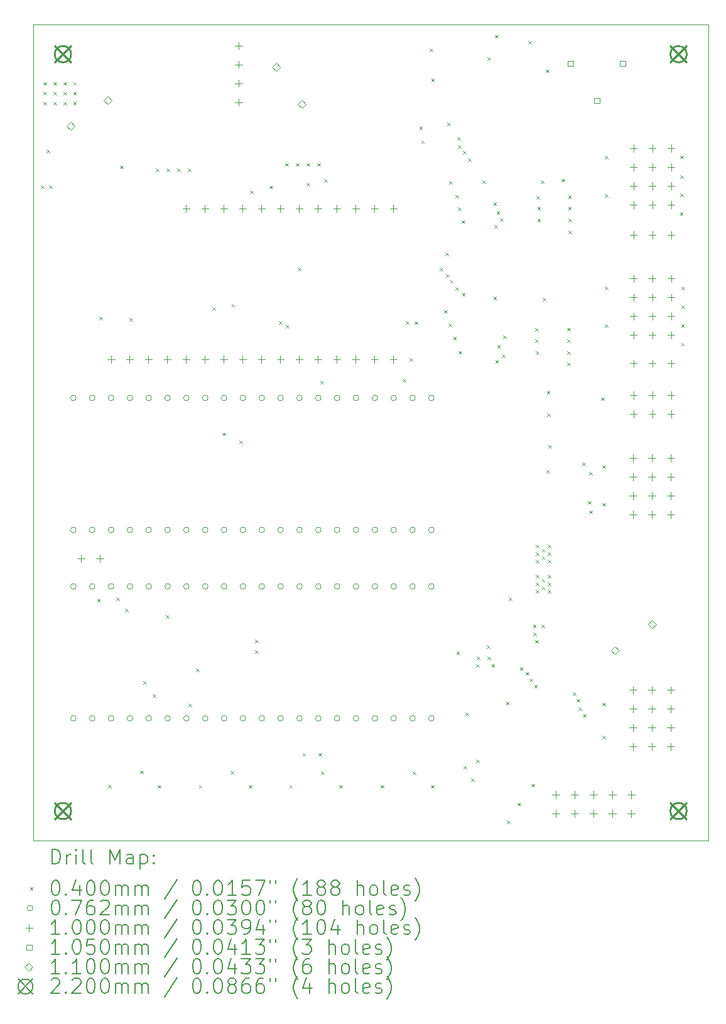
<source format=gbr>
%TF.GenerationSoftware,KiCad,Pcbnew,(6.0.8-1)-1*%
%TF.CreationDate,2023-12-29T18:01:18-06:00*%
%TF.ProjectId,Pico Robotic Controller,5069636f-2052-46f6-926f-74696320436f,V2*%
%TF.SameCoordinates,Original*%
%TF.FileFunction,Drillmap*%
%TF.FilePolarity,Positive*%
%FSLAX45Y45*%
G04 Gerber Fmt 4.5, Leading zero omitted, Abs format (unit mm)*
G04 Created by KiCad (PCBNEW (6.0.8-1)-1) date 2023-12-29 18:01:18*
%MOMM*%
%LPD*%
G01*
G04 APERTURE LIST*
%ADD10C,0.100000*%
%ADD11C,0.200000*%
%ADD12C,0.040000*%
%ADD13C,0.076200*%
%ADD14C,0.105000*%
%ADD15C,0.110000*%
%ADD16C,0.220000*%
G04 APERTURE END LIST*
D10*
X10406400Y-4121160D02*
X19506400Y-4121160D01*
X19506400Y-4121160D02*
X19506400Y-15121160D01*
X19506400Y-15121160D02*
X10406400Y-15121160D01*
X10406400Y-15121160D02*
X10406400Y-4121160D01*
D11*
D12*
X10510840Y-6289360D02*
X10550840Y-6329360D01*
X10550840Y-6289360D02*
X10510840Y-6329360D01*
X10546400Y-4896160D02*
X10586400Y-4936160D01*
X10586400Y-4896160D02*
X10546400Y-4936160D01*
X10546400Y-5028660D02*
X10586400Y-5068660D01*
X10586400Y-5028660D02*
X10546400Y-5068660D01*
X10546400Y-5161160D02*
X10586400Y-5201160D01*
X10586400Y-5161160D02*
X10546400Y-5201160D01*
X10584500Y-5806760D02*
X10624500Y-5846760D01*
X10624500Y-5806760D02*
X10584500Y-5846760D01*
X10622600Y-6289360D02*
X10662600Y-6329360D01*
X10662600Y-6289360D02*
X10622600Y-6329360D01*
X10679733Y-4896160D02*
X10719733Y-4936160D01*
X10719733Y-4896160D02*
X10679733Y-4936160D01*
X10679733Y-5028660D02*
X10719733Y-5068660D01*
X10719733Y-5028660D02*
X10679733Y-5068660D01*
X10679733Y-5161160D02*
X10719733Y-5201160D01*
X10719733Y-5161160D02*
X10679733Y-5201160D01*
X10813067Y-4896160D02*
X10853067Y-4936160D01*
X10853067Y-4896160D02*
X10813067Y-4936160D01*
X10813067Y-5028660D02*
X10853067Y-5068660D01*
X10853067Y-5028660D02*
X10813067Y-5068660D01*
X10813067Y-5161160D02*
X10853067Y-5201160D01*
X10853067Y-5161160D02*
X10813067Y-5201160D01*
X10946400Y-4896160D02*
X10986400Y-4936160D01*
X10986400Y-4896160D02*
X10946400Y-4936160D01*
X10946400Y-5028660D02*
X10986400Y-5068660D01*
X10986400Y-5028660D02*
X10946400Y-5068660D01*
X10946400Y-5161160D02*
X10986400Y-5201160D01*
X10986400Y-5161160D02*
X10946400Y-5201160D01*
X11267760Y-11862120D02*
X11307760Y-11902120D01*
X11307760Y-11862120D02*
X11267760Y-11902120D01*
X11298240Y-8057200D02*
X11338240Y-8097200D01*
X11338240Y-8057200D02*
X11298240Y-8097200D01*
X11415080Y-14366560D02*
X11455080Y-14406560D01*
X11455080Y-14366560D02*
X11415080Y-14406560D01*
X11524300Y-11844340D02*
X11564300Y-11884340D01*
X11564300Y-11844340D02*
X11524300Y-11884340D01*
X11575100Y-6022660D02*
X11615100Y-6062660D01*
X11615100Y-6022660D02*
X11575100Y-6062660D01*
X11643680Y-11994200D02*
X11683680Y-12034200D01*
X11683680Y-11994200D02*
X11643680Y-12034200D01*
X11704640Y-8074440D02*
X11744640Y-8114440D01*
X11744640Y-8074440D02*
X11704640Y-8114440D01*
X11845629Y-14177342D02*
X11885629Y-14217342D01*
X11885629Y-14177342D02*
X11845629Y-14217342D01*
X11892600Y-12969560D02*
X11932600Y-13009560D01*
X11932600Y-12969560D02*
X11892600Y-13009560D01*
X12019600Y-13147360D02*
X12059600Y-13187360D01*
X12059600Y-13147360D02*
X12019600Y-13187360D01*
X12061400Y-6061160D02*
X12101400Y-6101160D01*
X12101400Y-6061160D02*
X12061400Y-6101160D01*
X12085640Y-14371640D02*
X12125640Y-14411640D01*
X12125640Y-14371640D02*
X12085640Y-14411640D01*
X12192320Y-12078020D02*
X12232320Y-12118020D01*
X12232320Y-12078020D02*
X12192320Y-12118020D01*
X12204733Y-6061160D02*
X12244733Y-6101160D01*
X12244733Y-6061160D02*
X12204733Y-6101160D01*
X12348067Y-6061160D02*
X12388067Y-6101160D01*
X12388067Y-6061160D02*
X12348067Y-6101160D01*
X12491400Y-6061160D02*
X12531400Y-6101160D01*
X12531400Y-6061160D02*
X12491400Y-6101160D01*
X12502200Y-13274360D02*
X12542200Y-13314360D01*
X12542200Y-13274360D02*
X12502200Y-13314360D01*
X12598720Y-12801920D02*
X12638720Y-12841920D01*
X12638720Y-12801920D02*
X12598720Y-12841920D01*
X12639360Y-14371640D02*
X12679360Y-14411640D01*
X12679360Y-14371640D02*
X12639360Y-14411640D01*
X12822240Y-7929540D02*
X12862240Y-7969540D01*
X12862240Y-7929540D02*
X12822240Y-7969540D01*
X12954320Y-9621840D02*
X12994320Y-9661840D01*
X12994320Y-9621840D02*
X12954320Y-9661840D01*
X13067850Y-14178600D02*
X13107850Y-14218600D01*
X13107850Y-14178600D02*
X13067850Y-14218600D01*
X13078780Y-7884540D02*
X13118780Y-7924540D01*
X13118780Y-7884540D02*
X13078780Y-7924540D01*
X13182920Y-9728520D02*
X13222920Y-9768520D01*
X13222920Y-9728520D02*
X13182920Y-9768520D01*
X13315000Y-14371640D02*
X13355000Y-14411640D01*
X13355000Y-14371640D02*
X13315000Y-14411640D01*
X13330240Y-6360480D02*
X13370240Y-6400480D01*
X13370240Y-6360480D02*
X13330240Y-6400480D01*
X13394950Y-12410150D02*
X13434950Y-12450150D01*
X13434950Y-12410150D02*
X13394950Y-12450150D01*
X13394950Y-12555050D02*
X13434950Y-12595050D01*
X13434950Y-12555050D02*
X13394950Y-12595050D01*
X13589320Y-6294440D02*
X13629320Y-6334440D01*
X13629320Y-6294440D02*
X13589320Y-6334440D01*
X13721400Y-8119440D02*
X13761400Y-8159440D01*
X13761400Y-8119440D02*
X13721400Y-8159440D01*
X13802680Y-5989640D02*
X13842680Y-6029640D01*
X13842680Y-5989640D02*
X13802680Y-6029640D01*
X13812840Y-8170290D02*
X13852840Y-8210290D01*
X13852840Y-8170290D02*
X13812840Y-8210290D01*
X13858560Y-14371640D02*
X13898560Y-14411640D01*
X13898560Y-14371640D02*
X13858560Y-14411640D01*
X13946013Y-5989640D02*
X13986013Y-6029640D01*
X13986013Y-5989640D02*
X13946013Y-6029640D01*
X13970320Y-7396190D02*
X14010320Y-7436190D01*
X14010320Y-7396190D02*
X13970320Y-7436190D01*
X14036360Y-13940450D02*
X14076360Y-13980450D01*
X14076360Y-13940450D02*
X14036360Y-13980450D01*
X14089347Y-5989640D02*
X14129347Y-6029640D01*
X14129347Y-5989640D02*
X14089347Y-6029640D01*
X14092240Y-6253190D02*
X14132240Y-6293190D01*
X14132240Y-6253190D02*
X14092240Y-6293190D01*
X14232680Y-5989640D02*
X14272680Y-6029640D01*
X14272680Y-5989640D02*
X14232680Y-6029640D01*
X14249720Y-13940450D02*
X14289720Y-13980450D01*
X14289720Y-13940450D02*
X14249720Y-13980450D01*
X14280200Y-8925880D02*
X14320200Y-8965880D01*
X14320200Y-8925880D02*
X14280200Y-8965880D01*
X14285280Y-14188760D02*
X14325280Y-14228760D01*
X14325280Y-14188760D02*
X14285280Y-14228760D01*
X14331000Y-6206750D02*
X14371000Y-6246750D01*
X14371000Y-6206750D02*
X14331000Y-6246750D01*
X14534200Y-14371640D02*
X14574200Y-14411640D01*
X14574200Y-14371640D02*
X14534200Y-14411640D01*
X15087920Y-14371640D02*
X15127920Y-14411640D01*
X15127920Y-14371640D02*
X15087920Y-14411640D01*
X15387640Y-8900480D02*
X15427640Y-8940480D01*
X15427640Y-8900480D02*
X15387640Y-8940480D01*
X15428280Y-8119440D02*
X15468280Y-8159440D01*
X15468280Y-8119440D02*
X15428280Y-8159440D01*
X15479080Y-8621080D02*
X15519080Y-8661080D01*
X15519080Y-8621080D02*
X15479080Y-8661080D01*
X15519720Y-14188760D02*
X15559720Y-14228760D01*
X15559720Y-14188760D02*
X15519720Y-14228760D01*
X15545120Y-8123240D02*
X15585120Y-8163240D01*
X15585120Y-8123240D02*
X15545120Y-8163240D01*
X15611160Y-5496880D02*
X15651160Y-5536880D01*
X15651160Y-5496880D02*
X15611160Y-5536880D01*
X15636560Y-5684840D02*
X15676560Y-5724840D01*
X15676560Y-5684840D02*
X15636560Y-5724840D01*
X15748320Y-4445320D02*
X15788320Y-4485320D01*
X15788320Y-4445320D02*
X15748320Y-4485320D01*
X15768640Y-14371640D02*
X15808640Y-14411640D01*
X15808640Y-14371640D02*
X15768640Y-14411640D01*
X15771700Y-4848660D02*
X15811700Y-4888660D01*
X15811700Y-4848660D02*
X15771700Y-4888660D01*
X15888020Y-7401880D02*
X15928020Y-7441880D01*
X15928020Y-7401880D02*
X15888020Y-7441880D01*
X15947710Y-7969570D02*
X15987710Y-8009570D01*
X15987710Y-7969570D02*
X15947710Y-8009570D01*
X15961680Y-7198680D02*
X16001680Y-7238680D01*
X16001680Y-7198680D02*
X15961680Y-7238680D01*
X15968090Y-7483160D02*
X16008090Y-7523160D01*
X16008090Y-7483160D02*
X15968090Y-7523160D01*
X15989620Y-5441000D02*
X16029620Y-5481000D01*
X16029620Y-5441000D02*
X15989620Y-5481000D01*
X16002320Y-8151180D02*
X16042320Y-8191180D01*
X16042320Y-8151180D02*
X16002320Y-8191180D01*
X16010370Y-6227970D02*
X16050370Y-6267970D01*
X16050370Y-6227970D02*
X16010370Y-6267970D01*
X16026760Y-7564079D02*
X16066760Y-7604079D01*
X16066760Y-7564079D02*
X16026760Y-7604079D01*
X16067090Y-8330250D02*
X16107090Y-8370250D01*
X16107090Y-8330250D02*
X16067090Y-8370250D01*
X16096300Y-7658420D02*
X16136300Y-7698420D01*
X16136300Y-7658420D02*
X16096300Y-7698420D01*
X16097570Y-6417630D02*
X16137570Y-6457630D01*
X16137570Y-6417630D02*
X16097570Y-6457630D01*
X16111540Y-12570780D02*
X16151540Y-12610780D01*
X16151540Y-12570780D02*
X16111540Y-12610780D01*
X16121700Y-5639120D02*
X16161700Y-5679120D01*
X16161700Y-5639120D02*
X16121700Y-5679120D01*
X16131860Y-5748340D02*
X16171860Y-5788340D01*
X16171860Y-5748340D02*
X16131860Y-5788340D01*
X16131860Y-6586540D02*
X16171860Y-6626540D01*
X16171860Y-6586540D02*
X16131860Y-6626540D01*
X16140750Y-8520750D02*
X16180750Y-8560750D01*
X16180750Y-8520750D02*
X16140750Y-8560750D01*
X16180120Y-6759260D02*
X16220120Y-6799260D01*
X16220120Y-6759260D02*
X16180120Y-6799260D01*
X16187740Y-7737160D02*
X16227740Y-7777160D01*
X16227740Y-7737160D02*
X16187740Y-7777160D01*
X16199871Y-5821583D02*
X16239871Y-5861583D01*
X16239871Y-5821583D02*
X16199871Y-5861583D01*
X16210600Y-14112560D02*
X16250600Y-14152560D01*
X16250600Y-14112560D02*
X16210600Y-14152560D01*
X16233460Y-13393740D02*
X16273460Y-13433740D01*
X16273460Y-13393740D02*
X16233460Y-13433740D01*
X16266480Y-5926140D02*
X16306480Y-5966140D01*
X16306480Y-5926140D02*
X16266480Y-5966140D01*
X16307120Y-14285280D02*
X16347120Y-14325280D01*
X16347120Y-14285280D02*
X16307120Y-14325280D01*
X16375700Y-14026200D02*
X16415700Y-14066200D01*
X16415700Y-14026200D02*
X16375700Y-14066200D01*
X16377522Y-12739142D02*
X16417522Y-12779142D01*
X16417522Y-12739142D02*
X16377522Y-12779142D01*
X16383320Y-12639360D02*
X16423320Y-12679360D01*
X16423320Y-12639360D02*
X16383320Y-12679360D01*
X16459520Y-6220780D02*
X16499520Y-6260780D01*
X16499520Y-6220780D02*
X16459520Y-6260780D01*
X16518103Y-12486163D02*
X16558103Y-12526163D01*
X16558103Y-12486163D02*
X16518103Y-12526163D01*
X16529430Y-12639360D02*
X16569430Y-12679360D01*
X16569430Y-12639360D02*
X16529430Y-12679360D01*
X16530640Y-4559620D02*
X16570640Y-4599620D01*
X16570640Y-4559620D02*
X16530640Y-4599620D01*
X16583980Y-12740960D02*
X16623980Y-12780960D01*
X16623980Y-12740960D02*
X16583980Y-12780960D01*
X16609380Y-6515420D02*
X16649380Y-6555420D01*
X16649380Y-6515420D02*
X16609380Y-6555420D01*
X16609380Y-7785420D02*
X16649380Y-7825420D01*
X16649380Y-7785420D02*
X16609380Y-7825420D01*
X16622080Y-6825300D02*
X16662080Y-6865300D01*
X16662080Y-6825300D02*
X16622080Y-6865300D01*
X16632240Y-4262440D02*
X16672240Y-4302440D01*
X16672240Y-4262440D02*
X16632240Y-4302440D01*
X16634780Y-8645730D02*
X16674780Y-8685730D01*
X16674780Y-8645730D02*
X16634780Y-8685730D01*
X16652560Y-6637340D02*
X16692560Y-6677340D01*
X16692560Y-6637340D02*
X16652560Y-6677340D01*
X16660180Y-8443280D02*
X16700180Y-8483280D01*
X16700180Y-8443280D02*
X16660180Y-8483280D01*
X16700820Y-6728780D02*
X16740820Y-6768780D01*
X16740820Y-6728780D02*
X16700820Y-6768780D01*
X16723680Y-8567740D02*
X16763680Y-8607740D01*
X16763680Y-8567740D02*
X16723680Y-8607740D01*
X16744000Y-8311200D02*
X16784000Y-8351200D01*
X16784000Y-8311200D02*
X16744000Y-8351200D01*
X16779560Y-13248960D02*
X16819560Y-13288960D01*
X16819560Y-13248960D02*
X16779560Y-13288960D01*
X16794800Y-14849160D02*
X16834800Y-14889160D01*
X16834800Y-14849160D02*
X16794800Y-14889160D01*
X16820200Y-11841800D02*
X16860200Y-11881800D01*
X16860200Y-11841800D02*
X16820200Y-11881800D01*
X16934500Y-14607860D02*
X16974500Y-14647860D01*
X16974500Y-14607860D02*
X16934500Y-14647860D01*
X16965030Y-12784140D02*
X17005030Y-12824140D01*
X17005030Y-12784140D02*
X16965030Y-12824140D01*
X17045858Y-12847381D02*
X17085858Y-12887381D01*
X17085858Y-12847381D02*
X17045858Y-12887381D01*
X17079280Y-4343720D02*
X17119280Y-4383720D01*
X17119280Y-4343720D02*
X17079280Y-4383720D01*
X17095730Y-12934000D02*
X17135730Y-12974000D01*
X17135730Y-12934000D02*
X17095730Y-12974000D01*
X17125000Y-14353860D02*
X17165000Y-14393860D01*
X17165000Y-14353860D02*
X17125000Y-14393860D01*
X17142370Y-12210510D02*
X17182370Y-12250510D01*
X17182370Y-12210510D02*
X17142370Y-12250510D01*
X17147118Y-12317719D02*
X17187118Y-12357719D01*
X17187118Y-12317719D02*
X17147118Y-12357719D01*
X17161390Y-13017820D02*
X17201390Y-13057820D01*
X17201390Y-13017820D02*
X17161390Y-13057820D01*
X17170720Y-8364540D02*
X17210720Y-8404540D01*
X17210720Y-8364540D02*
X17170720Y-8404540D01*
X17173260Y-8212140D02*
X17213260Y-8252140D01*
X17213260Y-8212140D02*
X17173260Y-8252140D01*
X17173260Y-12415840D02*
X17213260Y-12455840D01*
X17213260Y-12415840D02*
X17173260Y-12455840D01*
X17180300Y-11134380D02*
X17220300Y-11174380D01*
X17220300Y-11134380D02*
X17180300Y-11174380D01*
X17180300Y-11235630D02*
X17220300Y-11275630D01*
X17220300Y-11235630D02*
X17180300Y-11275630D01*
X17180300Y-11336880D02*
X17220300Y-11376880D01*
X17220300Y-11336880D02*
X17180300Y-11376880D01*
X17180300Y-11541130D02*
X17220300Y-11581130D01*
X17220300Y-11541130D02*
X17180300Y-11581130D01*
X17180300Y-11642380D02*
X17220300Y-11682380D01*
X17220300Y-11642380D02*
X17180300Y-11682380D01*
X17180300Y-11743630D02*
X17220300Y-11783630D01*
X17220300Y-11743630D02*
X17180300Y-11783630D01*
X17180880Y-8522020D02*
X17220880Y-8562020D01*
X17220880Y-8522020D02*
X17180880Y-8562020D01*
X17191040Y-6431600D02*
X17231040Y-6471600D01*
X17231040Y-6431600D02*
X17191040Y-6471600D01*
X17203740Y-6578920D02*
X17243740Y-6618920D01*
X17243740Y-6578920D02*
X17203740Y-6618920D01*
X17203740Y-6738940D02*
X17243740Y-6778940D01*
X17243740Y-6738940D02*
X17203740Y-6778940D01*
X17246920Y-6220780D02*
X17286920Y-6260780D01*
X17286920Y-6220780D02*
X17246920Y-6260780D01*
X17255890Y-12206441D02*
X17295890Y-12246441D01*
X17295890Y-12206441D02*
X17255890Y-12246441D01*
X17262800Y-11186880D02*
X17302800Y-11226880D01*
X17302800Y-11186880D02*
X17262800Y-11226880D01*
X17262800Y-11288130D02*
X17302800Y-11328130D01*
X17302800Y-11288130D02*
X17262800Y-11328130D01*
X17262800Y-11593630D02*
X17302800Y-11633630D01*
X17302800Y-11593630D02*
X17262800Y-11633630D01*
X17262800Y-11694880D02*
X17302800Y-11734880D01*
X17302800Y-11694880D02*
X17262800Y-11734880D01*
X17277400Y-7805740D02*
X17317400Y-7845740D01*
X17317400Y-7805740D02*
X17277400Y-7845740D01*
X17315500Y-4727260D02*
X17355500Y-4767260D01*
X17355500Y-4727260D02*
X17315500Y-4767260D01*
X17328200Y-10124760D02*
X17368200Y-10164760D01*
X17368200Y-10124760D02*
X17328200Y-10164760D01*
X17330740Y-9055420D02*
X17370740Y-9095420D01*
X17370740Y-9055420D02*
X17330740Y-9095420D01*
X17333280Y-9365300D02*
X17373280Y-9405300D01*
X17373280Y-9365300D02*
X17333280Y-9405300D01*
X17345300Y-11134380D02*
X17385300Y-11174380D01*
X17385300Y-11134380D02*
X17345300Y-11174380D01*
X17345300Y-11235630D02*
X17385300Y-11275630D01*
X17385300Y-11235630D02*
X17345300Y-11275630D01*
X17345300Y-11336880D02*
X17385300Y-11376880D01*
X17385300Y-11336880D02*
X17345300Y-11376880D01*
X17345300Y-11541130D02*
X17385300Y-11581130D01*
X17385300Y-11541130D02*
X17345300Y-11581130D01*
X17345300Y-11642380D02*
X17385300Y-11682380D01*
X17385300Y-11642380D02*
X17345300Y-11682380D01*
X17345300Y-11743630D02*
X17385300Y-11783630D01*
X17385300Y-11743630D02*
X17345300Y-11783630D01*
X17348520Y-9789480D02*
X17388520Y-9829480D01*
X17388520Y-9789480D02*
X17348520Y-9829480D01*
X17528860Y-6200460D02*
X17568860Y-6240460D01*
X17568860Y-6200460D02*
X17528860Y-6240460D01*
X17602520Y-8207060D02*
X17642520Y-8247060D01*
X17642520Y-8207060D02*
X17602520Y-8247060D01*
X17602520Y-8364540D02*
X17642520Y-8404540D01*
X17642520Y-8364540D02*
X17602520Y-8404540D01*
X17605060Y-8522020D02*
X17645060Y-8562020D01*
X17645060Y-8522020D02*
X17605060Y-8562020D01*
X17605060Y-8679500D02*
X17645060Y-8719500D01*
X17645060Y-8679500D02*
X17605060Y-8719500D01*
X17617760Y-6423980D02*
X17657760Y-6463980D01*
X17657760Y-6423980D02*
X17617760Y-6463980D01*
X17617760Y-6578920D02*
X17657760Y-6618920D01*
X17657760Y-6578920D02*
X17617760Y-6618920D01*
X17620300Y-6738940D02*
X17660300Y-6778940D01*
X17660300Y-6738940D02*
X17620300Y-6778940D01*
X17622840Y-6901500D02*
X17662840Y-6941500D01*
X17662840Y-6901500D02*
X17622840Y-6941500D01*
X17683800Y-13121960D02*
X17723800Y-13161960D01*
X17723800Y-13121960D02*
X17683800Y-13161960D01*
X17734600Y-13210860D02*
X17774600Y-13250860D01*
X17774600Y-13210860D02*
X17734600Y-13250860D01*
X17760000Y-13325160D02*
X17800000Y-13365160D01*
X17800000Y-13325160D02*
X17760000Y-13365160D01*
X17810800Y-10023160D02*
X17850800Y-10063160D01*
X17850800Y-10023160D02*
X17810800Y-10063160D01*
X17814550Y-13414060D02*
X17854550Y-13454060D01*
X17854550Y-13414060D02*
X17814550Y-13454060D01*
X17887000Y-10543860D02*
X17927000Y-10583860D01*
X17927000Y-10543860D02*
X17887000Y-10583860D01*
X17899700Y-10150160D02*
X17939700Y-10190160D01*
X17939700Y-10150160D02*
X17899700Y-10190160D01*
X17899700Y-10670860D02*
X17939700Y-10710860D01*
X17939700Y-10670860D02*
X17899700Y-10710860D01*
X18064800Y-9146860D02*
X18104800Y-9186860D01*
X18104800Y-9146860D02*
X18064800Y-9186860D01*
X18077500Y-10061260D02*
X18117500Y-10101260D01*
X18117500Y-10061260D02*
X18077500Y-10101260D01*
X18077500Y-10569260D02*
X18117500Y-10609260D01*
X18117500Y-10569260D02*
X18077500Y-10609260D01*
X18077500Y-13261660D02*
X18117500Y-13301660D01*
X18117500Y-13261660D02*
X18077500Y-13301660D01*
X18077500Y-13706160D02*
X18117500Y-13746160D01*
X18117500Y-13706160D02*
X18077500Y-13746160D01*
X18113060Y-5893120D02*
X18153060Y-5933120D01*
X18153060Y-5893120D02*
X18113060Y-5933120D01*
X18113060Y-6408740D02*
X18153060Y-6448740D01*
X18153060Y-6408740D02*
X18113060Y-6448740D01*
X18113060Y-7650800D02*
X18153060Y-7690800D01*
X18153060Y-7650800D02*
X18113060Y-7690800D01*
X18115600Y-8161340D02*
X18155600Y-8201340D01*
X18155600Y-8161340D02*
X18115600Y-8201340D01*
X19123980Y-6652580D02*
X19163980Y-6692580D01*
X19163980Y-6652580D02*
X19123980Y-6692580D01*
X19126520Y-6398580D02*
X19166520Y-6438580D01*
X19166520Y-6398580D02*
X19126520Y-6438580D01*
X19129060Y-6152200D02*
X19169060Y-6192200D01*
X19169060Y-6152200D02*
X19129060Y-6192200D01*
X19129720Y-5888700D02*
X19169720Y-5928700D01*
X19169720Y-5888700D02*
X19129720Y-5928700D01*
X19141760Y-8158800D02*
X19181760Y-8198800D01*
X19181760Y-8158800D02*
X19141760Y-8198800D01*
X19141760Y-8410260D02*
X19181760Y-8450260D01*
X19181760Y-8410260D02*
X19141760Y-8450260D01*
X19144300Y-7650800D02*
X19184300Y-7690800D01*
X19184300Y-7650800D02*
X19144300Y-7690800D01*
X19144300Y-7904800D02*
X19184300Y-7944800D01*
X19184300Y-7904800D02*
X19144300Y-7944800D01*
D13*
X10985500Y-9154160D02*
G75*
G03*
X10985500Y-9154160I-38100J0D01*
G01*
X10985500Y-10932160D02*
G75*
G03*
X10985500Y-10932160I-38100J0D01*
G01*
X10985500Y-11694160D02*
G75*
G03*
X10985500Y-11694160I-38100J0D01*
G01*
X10985500Y-13472160D02*
G75*
G03*
X10985500Y-13472160I-38100J0D01*
G01*
X11239500Y-9154160D02*
G75*
G03*
X11239500Y-9154160I-38100J0D01*
G01*
X11239500Y-10932160D02*
G75*
G03*
X11239500Y-10932160I-38100J0D01*
G01*
X11239500Y-11694160D02*
G75*
G03*
X11239500Y-11694160I-38100J0D01*
G01*
X11239500Y-13472160D02*
G75*
G03*
X11239500Y-13472160I-38100J0D01*
G01*
X11493500Y-9154160D02*
G75*
G03*
X11493500Y-9154160I-38100J0D01*
G01*
X11493500Y-10932160D02*
G75*
G03*
X11493500Y-10932160I-38100J0D01*
G01*
X11493500Y-11694160D02*
G75*
G03*
X11493500Y-11694160I-38100J0D01*
G01*
X11493500Y-13472160D02*
G75*
G03*
X11493500Y-13472160I-38100J0D01*
G01*
X11747500Y-9154160D02*
G75*
G03*
X11747500Y-9154160I-38100J0D01*
G01*
X11747500Y-10932160D02*
G75*
G03*
X11747500Y-10932160I-38100J0D01*
G01*
X11747500Y-11694160D02*
G75*
G03*
X11747500Y-11694160I-38100J0D01*
G01*
X11747500Y-13472160D02*
G75*
G03*
X11747500Y-13472160I-38100J0D01*
G01*
X12001500Y-9154160D02*
G75*
G03*
X12001500Y-9154160I-38100J0D01*
G01*
X12001500Y-10932160D02*
G75*
G03*
X12001500Y-10932160I-38100J0D01*
G01*
X12001500Y-11694160D02*
G75*
G03*
X12001500Y-11694160I-38100J0D01*
G01*
X12001500Y-13472160D02*
G75*
G03*
X12001500Y-13472160I-38100J0D01*
G01*
X12255500Y-9154160D02*
G75*
G03*
X12255500Y-9154160I-38100J0D01*
G01*
X12255500Y-10932160D02*
G75*
G03*
X12255500Y-10932160I-38100J0D01*
G01*
X12255500Y-11694160D02*
G75*
G03*
X12255500Y-11694160I-38100J0D01*
G01*
X12255500Y-13472160D02*
G75*
G03*
X12255500Y-13472160I-38100J0D01*
G01*
X12509500Y-9154160D02*
G75*
G03*
X12509500Y-9154160I-38100J0D01*
G01*
X12509500Y-10932160D02*
G75*
G03*
X12509500Y-10932160I-38100J0D01*
G01*
X12509500Y-11694160D02*
G75*
G03*
X12509500Y-11694160I-38100J0D01*
G01*
X12509500Y-13472160D02*
G75*
G03*
X12509500Y-13472160I-38100J0D01*
G01*
X12763500Y-9154160D02*
G75*
G03*
X12763500Y-9154160I-38100J0D01*
G01*
X12763500Y-10932160D02*
G75*
G03*
X12763500Y-10932160I-38100J0D01*
G01*
X12763500Y-11694160D02*
G75*
G03*
X12763500Y-11694160I-38100J0D01*
G01*
X12763500Y-13472160D02*
G75*
G03*
X12763500Y-13472160I-38100J0D01*
G01*
X13017500Y-9154160D02*
G75*
G03*
X13017500Y-9154160I-38100J0D01*
G01*
X13017500Y-10932160D02*
G75*
G03*
X13017500Y-10932160I-38100J0D01*
G01*
X13017500Y-11694160D02*
G75*
G03*
X13017500Y-11694160I-38100J0D01*
G01*
X13017500Y-13472160D02*
G75*
G03*
X13017500Y-13472160I-38100J0D01*
G01*
X13271500Y-9154160D02*
G75*
G03*
X13271500Y-9154160I-38100J0D01*
G01*
X13271500Y-10932160D02*
G75*
G03*
X13271500Y-10932160I-38100J0D01*
G01*
X13271500Y-11694160D02*
G75*
G03*
X13271500Y-11694160I-38100J0D01*
G01*
X13271500Y-13472160D02*
G75*
G03*
X13271500Y-13472160I-38100J0D01*
G01*
X13525500Y-9154160D02*
G75*
G03*
X13525500Y-9154160I-38100J0D01*
G01*
X13525500Y-10932160D02*
G75*
G03*
X13525500Y-10932160I-38100J0D01*
G01*
X13525500Y-11694160D02*
G75*
G03*
X13525500Y-11694160I-38100J0D01*
G01*
X13525500Y-13472160D02*
G75*
G03*
X13525500Y-13472160I-38100J0D01*
G01*
X13779500Y-9154160D02*
G75*
G03*
X13779500Y-9154160I-38100J0D01*
G01*
X13779500Y-10932160D02*
G75*
G03*
X13779500Y-10932160I-38100J0D01*
G01*
X13779500Y-11694160D02*
G75*
G03*
X13779500Y-11694160I-38100J0D01*
G01*
X13779500Y-13472160D02*
G75*
G03*
X13779500Y-13472160I-38100J0D01*
G01*
X14033500Y-9154160D02*
G75*
G03*
X14033500Y-9154160I-38100J0D01*
G01*
X14033500Y-10932160D02*
G75*
G03*
X14033500Y-10932160I-38100J0D01*
G01*
X14033500Y-11694160D02*
G75*
G03*
X14033500Y-11694160I-38100J0D01*
G01*
X14033500Y-13472160D02*
G75*
G03*
X14033500Y-13472160I-38100J0D01*
G01*
X14287500Y-9154160D02*
G75*
G03*
X14287500Y-9154160I-38100J0D01*
G01*
X14287500Y-10932160D02*
G75*
G03*
X14287500Y-10932160I-38100J0D01*
G01*
X14287500Y-11694160D02*
G75*
G03*
X14287500Y-11694160I-38100J0D01*
G01*
X14287500Y-13472160D02*
G75*
G03*
X14287500Y-13472160I-38100J0D01*
G01*
X14541500Y-9154160D02*
G75*
G03*
X14541500Y-9154160I-38100J0D01*
G01*
X14541500Y-10932160D02*
G75*
G03*
X14541500Y-10932160I-38100J0D01*
G01*
X14541500Y-11694160D02*
G75*
G03*
X14541500Y-11694160I-38100J0D01*
G01*
X14541500Y-13472160D02*
G75*
G03*
X14541500Y-13472160I-38100J0D01*
G01*
X14795500Y-9154160D02*
G75*
G03*
X14795500Y-9154160I-38100J0D01*
G01*
X14795500Y-10932160D02*
G75*
G03*
X14795500Y-10932160I-38100J0D01*
G01*
X14795500Y-11694160D02*
G75*
G03*
X14795500Y-11694160I-38100J0D01*
G01*
X14795500Y-13472160D02*
G75*
G03*
X14795500Y-13472160I-38100J0D01*
G01*
X15049500Y-9154160D02*
G75*
G03*
X15049500Y-9154160I-38100J0D01*
G01*
X15049500Y-10932160D02*
G75*
G03*
X15049500Y-10932160I-38100J0D01*
G01*
X15049500Y-11694160D02*
G75*
G03*
X15049500Y-11694160I-38100J0D01*
G01*
X15049500Y-13472160D02*
G75*
G03*
X15049500Y-13472160I-38100J0D01*
G01*
X15303500Y-9154160D02*
G75*
G03*
X15303500Y-9154160I-38100J0D01*
G01*
X15303500Y-10932160D02*
G75*
G03*
X15303500Y-10932160I-38100J0D01*
G01*
X15303500Y-11694160D02*
G75*
G03*
X15303500Y-11694160I-38100J0D01*
G01*
X15303500Y-13472160D02*
G75*
G03*
X15303500Y-13472160I-38100J0D01*
G01*
X15557500Y-9154160D02*
G75*
G03*
X15557500Y-9154160I-38100J0D01*
G01*
X15557500Y-10932160D02*
G75*
G03*
X15557500Y-10932160I-38100J0D01*
G01*
X15557500Y-11694160D02*
G75*
G03*
X15557500Y-11694160I-38100J0D01*
G01*
X15557500Y-13472160D02*
G75*
G03*
X15557500Y-13472160I-38100J0D01*
G01*
X15811500Y-9154160D02*
G75*
G03*
X15811500Y-9154160I-38100J0D01*
G01*
X15811500Y-10932160D02*
G75*
G03*
X15811500Y-10932160I-38100J0D01*
G01*
X15811500Y-11694160D02*
G75*
G03*
X15811500Y-11694160I-38100J0D01*
G01*
X15811500Y-13472160D02*
G75*
G03*
X15811500Y-13472160I-38100J0D01*
G01*
D10*
X11052400Y-11271160D02*
X11052400Y-11371160D01*
X11002400Y-11321160D02*
X11102400Y-11321160D01*
X11306400Y-11271160D02*
X11306400Y-11371160D01*
X11256400Y-11321160D02*
X11356400Y-11321160D01*
X11455400Y-8586660D02*
X11455400Y-8686660D01*
X11405400Y-8636660D02*
X11505400Y-8636660D01*
X11706400Y-8586660D02*
X11706400Y-8686660D01*
X11656400Y-8636660D02*
X11756400Y-8636660D01*
X11960400Y-8586660D02*
X11960400Y-8686660D01*
X11910400Y-8636660D02*
X12010400Y-8636660D01*
X12214400Y-8586660D02*
X12214400Y-8686660D01*
X12164400Y-8636660D02*
X12264400Y-8636660D01*
X12468400Y-6554660D02*
X12468400Y-6654660D01*
X12418400Y-6604660D02*
X12518400Y-6604660D01*
X12468400Y-8586660D02*
X12468400Y-8686660D01*
X12418400Y-8636660D02*
X12518400Y-8636660D01*
X12722400Y-6554660D02*
X12722400Y-6654660D01*
X12672400Y-6604660D02*
X12772400Y-6604660D01*
X12722400Y-8586660D02*
X12722400Y-8686660D01*
X12672400Y-8636660D02*
X12772400Y-8636660D01*
X12976400Y-6554660D02*
X12976400Y-6654660D01*
X12926400Y-6604660D02*
X13026400Y-6604660D01*
X12976400Y-8586660D02*
X12976400Y-8686660D01*
X12926400Y-8636660D02*
X13026400Y-8636660D01*
X13173400Y-4355160D02*
X13173400Y-4455160D01*
X13123400Y-4405160D02*
X13223400Y-4405160D01*
X13173400Y-4609160D02*
X13173400Y-4709160D01*
X13123400Y-4659160D02*
X13223400Y-4659160D01*
X13173400Y-4863160D02*
X13173400Y-4963160D01*
X13123400Y-4913160D02*
X13223400Y-4913160D01*
X13173400Y-5117160D02*
X13173400Y-5217160D01*
X13123400Y-5167160D02*
X13223400Y-5167160D01*
X13230400Y-6554660D02*
X13230400Y-6654660D01*
X13180400Y-6604660D02*
X13280400Y-6604660D01*
X13230400Y-8586660D02*
X13230400Y-8686660D01*
X13180400Y-8636660D02*
X13280400Y-8636660D01*
X13484400Y-6554660D02*
X13484400Y-6654660D01*
X13434400Y-6604660D02*
X13534400Y-6604660D01*
X13484400Y-8586660D02*
X13484400Y-8686660D01*
X13434400Y-8636660D02*
X13534400Y-8636660D01*
X13738400Y-6554660D02*
X13738400Y-6654660D01*
X13688400Y-6604660D02*
X13788400Y-6604660D01*
X13738400Y-8586660D02*
X13738400Y-8686660D01*
X13688400Y-8636660D02*
X13788400Y-8636660D01*
X13992400Y-6554660D02*
X13992400Y-6654660D01*
X13942400Y-6604660D02*
X14042400Y-6604660D01*
X13992400Y-8586660D02*
X13992400Y-8686660D01*
X13942400Y-8636660D02*
X14042400Y-8636660D01*
X14246400Y-6554660D02*
X14246400Y-6654660D01*
X14196400Y-6604660D02*
X14296400Y-6604660D01*
X14246400Y-8586660D02*
X14246400Y-8686660D01*
X14196400Y-8636660D02*
X14296400Y-8636660D01*
X14500400Y-6554660D02*
X14500400Y-6654660D01*
X14450400Y-6604660D02*
X14550400Y-6604660D01*
X14500400Y-8586660D02*
X14500400Y-8686660D01*
X14450400Y-8636660D02*
X14550400Y-8636660D01*
X14754400Y-6554660D02*
X14754400Y-6654660D01*
X14704400Y-6604660D02*
X14804400Y-6604660D01*
X14754400Y-8586660D02*
X14754400Y-8686660D01*
X14704400Y-8636660D02*
X14804400Y-8636660D01*
X15008400Y-6554660D02*
X15008400Y-6654660D01*
X14958400Y-6604660D02*
X15058400Y-6604660D01*
X15008400Y-8586660D02*
X15008400Y-8686660D01*
X14958400Y-8636660D02*
X15058400Y-8636660D01*
X15262400Y-6554660D02*
X15262400Y-6654660D01*
X15212400Y-6604660D02*
X15312400Y-6604660D01*
X15262400Y-8586660D02*
X15262400Y-8686660D01*
X15212400Y-8636660D02*
X15312400Y-8636660D01*
X17449800Y-14450860D02*
X17449800Y-14550860D01*
X17399800Y-14500860D02*
X17499800Y-14500860D01*
X17449800Y-14704860D02*
X17449800Y-14804860D01*
X17399800Y-14754860D02*
X17499800Y-14754860D01*
X17703800Y-14450860D02*
X17703800Y-14550860D01*
X17653800Y-14500860D02*
X17753800Y-14500860D01*
X17703800Y-14704860D02*
X17703800Y-14804860D01*
X17653800Y-14754860D02*
X17753800Y-14754860D01*
X17957800Y-14450860D02*
X17957800Y-14550860D01*
X17907800Y-14500860D02*
X18007800Y-14500860D01*
X17957800Y-14704860D02*
X17957800Y-14804860D01*
X17907800Y-14754860D02*
X18007800Y-14754860D01*
X18211800Y-14450860D02*
X18211800Y-14550860D01*
X18161800Y-14500860D02*
X18261800Y-14500860D01*
X18211800Y-14704860D02*
X18211800Y-14804860D01*
X18161800Y-14754860D02*
X18261800Y-14754860D01*
X18465800Y-14450860D02*
X18465800Y-14550860D01*
X18415800Y-14500860D02*
X18515800Y-14500860D01*
X18465800Y-14704860D02*
X18465800Y-14804860D01*
X18415800Y-14754860D02*
X18515800Y-14754860D01*
X18495700Y-9913340D02*
X18495700Y-10013340D01*
X18445700Y-9963340D02*
X18545700Y-9963340D01*
X18495700Y-10167340D02*
X18495700Y-10267340D01*
X18445700Y-10217340D02*
X18545700Y-10217340D01*
X18495700Y-10421340D02*
X18495700Y-10521340D01*
X18445700Y-10471340D02*
X18545700Y-10471340D01*
X18495700Y-10675340D02*
X18495700Y-10775340D01*
X18445700Y-10725340D02*
X18545700Y-10725340D01*
X18495700Y-13041160D02*
X18495700Y-13141160D01*
X18445700Y-13091160D02*
X18545700Y-13091160D01*
X18495700Y-13295160D02*
X18495700Y-13395160D01*
X18445700Y-13345160D02*
X18545700Y-13345160D01*
X18495700Y-13549160D02*
X18495700Y-13649160D01*
X18445700Y-13599160D02*
X18545700Y-13599160D01*
X18495700Y-13803160D02*
X18495700Y-13903160D01*
X18445700Y-13853160D02*
X18545700Y-13853160D01*
X18497200Y-5741200D02*
X18497200Y-5841200D01*
X18447200Y-5791200D02*
X18547200Y-5791200D01*
X18497200Y-5995200D02*
X18497200Y-6095200D01*
X18447200Y-6045200D02*
X18547200Y-6045200D01*
X18497200Y-6249200D02*
X18497200Y-6349200D01*
X18447200Y-6299200D02*
X18547200Y-6299200D01*
X18497200Y-6503200D02*
X18497200Y-6603200D01*
X18447200Y-6553200D02*
X18547200Y-6553200D01*
X18497200Y-6907060D02*
X18497200Y-7007060D01*
X18447200Y-6957060D02*
X18547200Y-6957060D01*
X18497200Y-7495800D02*
X18497200Y-7595800D01*
X18447200Y-7545800D02*
X18547200Y-7545800D01*
X18497200Y-7749800D02*
X18497200Y-7849800D01*
X18447200Y-7799800D02*
X18547200Y-7799800D01*
X18497200Y-8003800D02*
X18497200Y-8103800D01*
X18447200Y-8053800D02*
X18547200Y-8053800D01*
X18497200Y-8257800D02*
X18497200Y-8357800D01*
X18447200Y-8307800D02*
X18547200Y-8307800D01*
X18497200Y-8638800D02*
X18497200Y-8738800D01*
X18447200Y-8688800D02*
X18547200Y-8688800D01*
X18497200Y-9066020D02*
X18497200Y-9166020D01*
X18447200Y-9116020D02*
X18547200Y-9116020D01*
X18497200Y-9320020D02*
X18497200Y-9420020D01*
X18447200Y-9370020D02*
X18547200Y-9370020D01*
X18749700Y-9913340D02*
X18749700Y-10013340D01*
X18699700Y-9963340D02*
X18799700Y-9963340D01*
X18749700Y-10167340D02*
X18749700Y-10267340D01*
X18699700Y-10217340D02*
X18799700Y-10217340D01*
X18749700Y-10421340D02*
X18749700Y-10521340D01*
X18699700Y-10471340D02*
X18799700Y-10471340D01*
X18749700Y-10675340D02*
X18749700Y-10775340D01*
X18699700Y-10725340D02*
X18799700Y-10725340D01*
X18749700Y-13041160D02*
X18749700Y-13141160D01*
X18699700Y-13091160D02*
X18799700Y-13091160D01*
X18749700Y-13295160D02*
X18749700Y-13395160D01*
X18699700Y-13345160D02*
X18799700Y-13345160D01*
X18749700Y-13549160D02*
X18749700Y-13649160D01*
X18699700Y-13599160D02*
X18799700Y-13599160D01*
X18749700Y-13803160D02*
X18749700Y-13903160D01*
X18699700Y-13853160D02*
X18799700Y-13853160D01*
X18751200Y-5741200D02*
X18751200Y-5841200D01*
X18701200Y-5791200D02*
X18801200Y-5791200D01*
X18751200Y-5995200D02*
X18751200Y-6095200D01*
X18701200Y-6045200D02*
X18801200Y-6045200D01*
X18751200Y-6249200D02*
X18751200Y-6349200D01*
X18701200Y-6299200D02*
X18801200Y-6299200D01*
X18751200Y-6503200D02*
X18751200Y-6603200D01*
X18701200Y-6553200D02*
X18801200Y-6553200D01*
X18751200Y-6907060D02*
X18751200Y-7007060D01*
X18701200Y-6957060D02*
X18801200Y-6957060D01*
X18751200Y-7495800D02*
X18751200Y-7595800D01*
X18701200Y-7545800D02*
X18801200Y-7545800D01*
X18751200Y-7749800D02*
X18751200Y-7849800D01*
X18701200Y-7799800D02*
X18801200Y-7799800D01*
X18751200Y-8003800D02*
X18751200Y-8103800D01*
X18701200Y-8053800D02*
X18801200Y-8053800D01*
X18751200Y-8257800D02*
X18751200Y-8357800D01*
X18701200Y-8307800D02*
X18801200Y-8307800D01*
X18751200Y-8638800D02*
X18751200Y-8738800D01*
X18701200Y-8688800D02*
X18801200Y-8688800D01*
X18751200Y-9066020D02*
X18751200Y-9166020D01*
X18701200Y-9116020D02*
X18801200Y-9116020D01*
X18751200Y-9320020D02*
X18751200Y-9420020D01*
X18701200Y-9370020D02*
X18801200Y-9370020D01*
X19003700Y-9913340D02*
X19003700Y-10013340D01*
X18953700Y-9963340D02*
X19053700Y-9963340D01*
X19003700Y-10167340D02*
X19003700Y-10267340D01*
X18953700Y-10217340D02*
X19053700Y-10217340D01*
X19003700Y-10421340D02*
X19003700Y-10521340D01*
X18953700Y-10471340D02*
X19053700Y-10471340D01*
X19003700Y-10675340D02*
X19003700Y-10775340D01*
X18953700Y-10725340D02*
X19053700Y-10725340D01*
X19003700Y-13041160D02*
X19003700Y-13141160D01*
X18953700Y-13091160D02*
X19053700Y-13091160D01*
X19003700Y-13295160D02*
X19003700Y-13395160D01*
X18953700Y-13345160D02*
X19053700Y-13345160D01*
X19003700Y-13549160D02*
X19003700Y-13649160D01*
X18953700Y-13599160D02*
X19053700Y-13599160D01*
X19003700Y-13803160D02*
X19003700Y-13903160D01*
X18953700Y-13853160D02*
X19053700Y-13853160D01*
X19005200Y-5741200D02*
X19005200Y-5841200D01*
X18955200Y-5791200D02*
X19055200Y-5791200D01*
X19005200Y-5995200D02*
X19005200Y-6095200D01*
X18955200Y-6045200D02*
X19055200Y-6045200D01*
X19005200Y-6249200D02*
X19005200Y-6349200D01*
X18955200Y-6299200D02*
X19055200Y-6299200D01*
X19005200Y-6503200D02*
X19005200Y-6603200D01*
X18955200Y-6553200D02*
X19055200Y-6553200D01*
X19005200Y-6907060D02*
X19005200Y-7007060D01*
X18955200Y-6957060D02*
X19055200Y-6957060D01*
X19005200Y-7495800D02*
X19005200Y-7595800D01*
X18955200Y-7545800D02*
X19055200Y-7545800D01*
X19005200Y-7749800D02*
X19005200Y-7849800D01*
X18955200Y-7799800D02*
X19055200Y-7799800D01*
X19005200Y-8003800D02*
X19005200Y-8103800D01*
X18955200Y-8053800D02*
X19055200Y-8053800D01*
X19005200Y-8257800D02*
X19005200Y-8357800D01*
X18955200Y-8307800D02*
X19055200Y-8307800D01*
X19005200Y-8638800D02*
X19005200Y-8738800D01*
X18955200Y-8688800D02*
X19055200Y-8688800D01*
X19005200Y-9066020D02*
X19005200Y-9166020D01*
X18955200Y-9116020D02*
X19055200Y-9116020D01*
X19005200Y-9320020D02*
X19005200Y-9420020D01*
X18955200Y-9370020D02*
X19055200Y-9370020D01*
D14*
X17690624Y-4683284D02*
X17690624Y-4609037D01*
X17616377Y-4609037D01*
X17616377Y-4683284D01*
X17690624Y-4683284D01*
X18040624Y-5183284D02*
X18040624Y-5109037D01*
X17966377Y-5109037D01*
X17966377Y-5183284D01*
X18040624Y-5183284D01*
X18390624Y-4683284D02*
X18390624Y-4609037D01*
X18316377Y-4609037D01*
X18316377Y-4683284D01*
X18390624Y-4683284D01*
D15*
X10911400Y-5547460D02*
X10966400Y-5492460D01*
X10911400Y-5437460D01*
X10856400Y-5492460D01*
X10911400Y-5547460D01*
X11411400Y-5197460D02*
X11466400Y-5142460D01*
X11411400Y-5087460D01*
X11356400Y-5142460D01*
X11411400Y-5197460D01*
X13680100Y-4751000D02*
X13735100Y-4696000D01*
X13680100Y-4641000D01*
X13625100Y-4696000D01*
X13680100Y-4751000D01*
X14030100Y-5251000D02*
X14085100Y-5196000D01*
X14030100Y-5141000D01*
X13975100Y-5196000D01*
X14030100Y-5251000D01*
X18249700Y-12609700D02*
X18304700Y-12554700D01*
X18249700Y-12499700D01*
X18194700Y-12554700D01*
X18249700Y-12609700D01*
X18749700Y-12259700D02*
X18804700Y-12204700D01*
X18749700Y-12149700D01*
X18694700Y-12204700D01*
X18749700Y-12259700D01*
D16*
X10696400Y-4411160D02*
X10916400Y-4631160D01*
X10916400Y-4411160D02*
X10696400Y-4631160D01*
X10916400Y-4521160D02*
G75*
G03*
X10916400Y-4521160I-110000J0D01*
G01*
X10696400Y-14611160D02*
X10916400Y-14831160D01*
X10916400Y-14611160D02*
X10696400Y-14831160D01*
X10916400Y-14721160D02*
G75*
G03*
X10916400Y-14721160I-110000J0D01*
G01*
X18996400Y-4411160D02*
X19216400Y-4631160D01*
X19216400Y-4411160D02*
X18996400Y-4631160D01*
X19216400Y-4521160D02*
G75*
G03*
X19216400Y-4521160I-110000J0D01*
G01*
X18996400Y-14611160D02*
X19216400Y-14831160D01*
X19216400Y-14611160D02*
X18996400Y-14831160D01*
X19216400Y-14721160D02*
G75*
G03*
X19216400Y-14721160I-110000J0D01*
G01*
D11*
X10659019Y-15436636D02*
X10659019Y-15236636D01*
X10706638Y-15236636D01*
X10735210Y-15246160D01*
X10754257Y-15265208D01*
X10763781Y-15284255D01*
X10773305Y-15322350D01*
X10773305Y-15350922D01*
X10763781Y-15389017D01*
X10754257Y-15408065D01*
X10735210Y-15427112D01*
X10706638Y-15436636D01*
X10659019Y-15436636D01*
X10859019Y-15436636D02*
X10859019Y-15303303D01*
X10859019Y-15341398D02*
X10868543Y-15322350D01*
X10878067Y-15312827D01*
X10897114Y-15303303D01*
X10916162Y-15303303D01*
X10982829Y-15436636D02*
X10982829Y-15303303D01*
X10982829Y-15236636D02*
X10973305Y-15246160D01*
X10982829Y-15255684D01*
X10992352Y-15246160D01*
X10982829Y-15236636D01*
X10982829Y-15255684D01*
X11106638Y-15436636D02*
X11087590Y-15427112D01*
X11078067Y-15408065D01*
X11078067Y-15236636D01*
X11211400Y-15436636D02*
X11192352Y-15427112D01*
X11182829Y-15408065D01*
X11182829Y-15236636D01*
X11439971Y-15436636D02*
X11439971Y-15236636D01*
X11506638Y-15379493D01*
X11573305Y-15236636D01*
X11573305Y-15436636D01*
X11754257Y-15436636D02*
X11754257Y-15331874D01*
X11744733Y-15312827D01*
X11725686Y-15303303D01*
X11687590Y-15303303D01*
X11668543Y-15312827D01*
X11754257Y-15427112D02*
X11735209Y-15436636D01*
X11687590Y-15436636D01*
X11668543Y-15427112D01*
X11659019Y-15408065D01*
X11659019Y-15389017D01*
X11668543Y-15369969D01*
X11687590Y-15360446D01*
X11735209Y-15360446D01*
X11754257Y-15350922D01*
X11849495Y-15303303D02*
X11849495Y-15503303D01*
X11849495Y-15312827D02*
X11868543Y-15303303D01*
X11906638Y-15303303D01*
X11925686Y-15312827D01*
X11935209Y-15322350D01*
X11944733Y-15341398D01*
X11944733Y-15398541D01*
X11935209Y-15417588D01*
X11925686Y-15427112D01*
X11906638Y-15436636D01*
X11868543Y-15436636D01*
X11849495Y-15427112D01*
X12030448Y-15417588D02*
X12039971Y-15427112D01*
X12030448Y-15436636D01*
X12020924Y-15427112D01*
X12030448Y-15417588D01*
X12030448Y-15436636D01*
X12030448Y-15312827D02*
X12039971Y-15322350D01*
X12030448Y-15331874D01*
X12020924Y-15322350D01*
X12030448Y-15312827D01*
X12030448Y-15331874D01*
D12*
X10361400Y-15746160D02*
X10401400Y-15786160D01*
X10401400Y-15746160D02*
X10361400Y-15786160D01*
D11*
X10697114Y-15656636D02*
X10716162Y-15656636D01*
X10735210Y-15666160D01*
X10744733Y-15675684D01*
X10754257Y-15694731D01*
X10763781Y-15732827D01*
X10763781Y-15780446D01*
X10754257Y-15818541D01*
X10744733Y-15837588D01*
X10735210Y-15847112D01*
X10716162Y-15856636D01*
X10697114Y-15856636D01*
X10678067Y-15847112D01*
X10668543Y-15837588D01*
X10659019Y-15818541D01*
X10649495Y-15780446D01*
X10649495Y-15732827D01*
X10659019Y-15694731D01*
X10668543Y-15675684D01*
X10678067Y-15666160D01*
X10697114Y-15656636D01*
X10849495Y-15837588D02*
X10859019Y-15847112D01*
X10849495Y-15856636D01*
X10839971Y-15847112D01*
X10849495Y-15837588D01*
X10849495Y-15856636D01*
X11030448Y-15723303D02*
X11030448Y-15856636D01*
X10982829Y-15647112D02*
X10935210Y-15789969D01*
X11059019Y-15789969D01*
X11173305Y-15656636D02*
X11192352Y-15656636D01*
X11211400Y-15666160D01*
X11220924Y-15675684D01*
X11230448Y-15694731D01*
X11239971Y-15732827D01*
X11239971Y-15780446D01*
X11230448Y-15818541D01*
X11220924Y-15837588D01*
X11211400Y-15847112D01*
X11192352Y-15856636D01*
X11173305Y-15856636D01*
X11154257Y-15847112D01*
X11144733Y-15837588D01*
X11135210Y-15818541D01*
X11125686Y-15780446D01*
X11125686Y-15732827D01*
X11135210Y-15694731D01*
X11144733Y-15675684D01*
X11154257Y-15666160D01*
X11173305Y-15656636D01*
X11363781Y-15656636D02*
X11382828Y-15656636D01*
X11401876Y-15666160D01*
X11411400Y-15675684D01*
X11420924Y-15694731D01*
X11430448Y-15732827D01*
X11430448Y-15780446D01*
X11420924Y-15818541D01*
X11411400Y-15837588D01*
X11401876Y-15847112D01*
X11382828Y-15856636D01*
X11363781Y-15856636D01*
X11344733Y-15847112D01*
X11335209Y-15837588D01*
X11325686Y-15818541D01*
X11316162Y-15780446D01*
X11316162Y-15732827D01*
X11325686Y-15694731D01*
X11335209Y-15675684D01*
X11344733Y-15666160D01*
X11363781Y-15656636D01*
X11516162Y-15856636D02*
X11516162Y-15723303D01*
X11516162Y-15742350D02*
X11525686Y-15732827D01*
X11544733Y-15723303D01*
X11573305Y-15723303D01*
X11592352Y-15732827D01*
X11601876Y-15751874D01*
X11601876Y-15856636D01*
X11601876Y-15751874D02*
X11611400Y-15732827D01*
X11630448Y-15723303D01*
X11659019Y-15723303D01*
X11678067Y-15732827D01*
X11687590Y-15751874D01*
X11687590Y-15856636D01*
X11782828Y-15856636D02*
X11782828Y-15723303D01*
X11782828Y-15742350D02*
X11792352Y-15732827D01*
X11811400Y-15723303D01*
X11839971Y-15723303D01*
X11859019Y-15732827D01*
X11868543Y-15751874D01*
X11868543Y-15856636D01*
X11868543Y-15751874D02*
X11878067Y-15732827D01*
X11897114Y-15723303D01*
X11925686Y-15723303D01*
X11944733Y-15732827D01*
X11954257Y-15751874D01*
X11954257Y-15856636D01*
X12344733Y-15647112D02*
X12173305Y-15904255D01*
X12601876Y-15656636D02*
X12620924Y-15656636D01*
X12639971Y-15666160D01*
X12649495Y-15675684D01*
X12659019Y-15694731D01*
X12668543Y-15732827D01*
X12668543Y-15780446D01*
X12659019Y-15818541D01*
X12649495Y-15837588D01*
X12639971Y-15847112D01*
X12620924Y-15856636D01*
X12601876Y-15856636D01*
X12582828Y-15847112D01*
X12573305Y-15837588D01*
X12563781Y-15818541D01*
X12554257Y-15780446D01*
X12554257Y-15732827D01*
X12563781Y-15694731D01*
X12573305Y-15675684D01*
X12582828Y-15666160D01*
X12601876Y-15656636D01*
X12754257Y-15837588D02*
X12763781Y-15847112D01*
X12754257Y-15856636D01*
X12744733Y-15847112D01*
X12754257Y-15837588D01*
X12754257Y-15856636D01*
X12887590Y-15656636D02*
X12906638Y-15656636D01*
X12925686Y-15666160D01*
X12935209Y-15675684D01*
X12944733Y-15694731D01*
X12954257Y-15732827D01*
X12954257Y-15780446D01*
X12944733Y-15818541D01*
X12935209Y-15837588D01*
X12925686Y-15847112D01*
X12906638Y-15856636D01*
X12887590Y-15856636D01*
X12868543Y-15847112D01*
X12859019Y-15837588D01*
X12849495Y-15818541D01*
X12839971Y-15780446D01*
X12839971Y-15732827D01*
X12849495Y-15694731D01*
X12859019Y-15675684D01*
X12868543Y-15666160D01*
X12887590Y-15656636D01*
X13144733Y-15856636D02*
X13030448Y-15856636D01*
X13087590Y-15856636D02*
X13087590Y-15656636D01*
X13068543Y-15685208D01*
X13049495Y-15704255D01*
X13030448Y-15713779D01*
X13325686Y-15656636D02*
X13230448Y-15656636D01*
X13220924Y-15751874D01*
X13230448Y-15742350D01*
X13249495Y-15732827D01*
X13297114Y-15732827D01*
X13316162Y-15742350D01*
X13325686Y-15751874D01*
X13335209Y-15770922D01*
X13335209Y-15818541D01*
X13325686Y-15837588D01*
X13316162Y-15847112D01*
X13297114Y-15856636D01*
X13249495Y-15856636D01*
X13230448Y-15847112D01*
X13220924Y-15837588D01*
X13401876Y-15656636D02*
X13535209Y-15656636D01*
X13449495Y-15856636D01*
X13601876Y-15656636D02*
X13601876Y-15694731D01*
X13678067Y-15656636D02*
X13678067Y-15694731D01*
X13973305Y-15932827D02*
X13963781Y-15923303D01*
X13944733Y-15894731D01*
X13935209Y-15875684D01*
X13925686Y-15847112D01*
X13916162Y-15799493D01*
X13916162Y-15761398D01*
X13925686Y-15713779D01*
X13935209Y-15685208D01*
X13944733Y-15666160D01*
X13963781Y-15637588D01*
X13973305Y-15628065D01*
X14154257Y-15856636D02*
X14039971Y-15856636D01*
X14097114Y-15856636D02*
X14097114Y-15656636D01*
X14078067Y-15685208D01*
X14059019Y-15704255D01*
X14039971Y-15713779D01*
X14268543Y-15742350D02*
X14249495Y-15732827D01*
X14239971Y-15723303D01*
X14230448Y-15704255D01*
X14230448Y-15694731D01*
X14239971Y-15675684D01*
X14249495Y-15666160D01*
X14268543Y-15656636D01*
X14306638Y-15656636D01*
X14325686Y-15666160D01*
X14335209Y-15675684D01*
X14344733Y-15694731D01*
X14344733Y-15704255D01*
X14335209Y-15723303D01*
X14325686Y-15732827D01*
X14306638Y-15742350D01*
X14268543Y-15742350D01*
X14249495Y-15751874D01*
X14239971Y-15761398D01*
X14230448Y-15780446D01*
X14230448Y-15818541D01*
X14239971Y-15837588D01*
X14249495Y-15847112D01*
X14268543Y-15856636D01*
X14306638Y-15856636D01*
X14325686Y-15847112D01*
X14335209Y-15837588D01*
X14344733Y-15818541D01*
X14344733Y-15780446D01*
X14335209Y-15761398D01*
X14325686Y-15751874D01*
X14306638Y-15742350D01*
X14459019Y-15742350D02*
X14439971Y-15732827D01*
X14430448Y-15723303D01*
X14420924Y-15704255D01*
X14420924Y-15694731D01*
X14430448Y-15675684D01*
X14439971Y-15666160D01*
X14459019Y-15656636D01*
X14497114Y-15656636D01*
X14516162Y-15666160D01*
X14525686Y-15675684D01*
X14535209Y-15694731D01*
X14535209Y-15704255D01*
X14525686Y-15723303D01*
X14516162Y-15732827D01*
X14497114Y-15742350D01*
X14459019Y-15742350D01*
X14439971Y-15751874D01*
X14430448Y-15761398D01*
X14420924Y-15780446D01*
X14420924Y-15818541D01*
X14430448Y-15837588D01*
X14439971Y-15847112D01*
X14459019Y-15856636D01*
X14497114Y-15856636D01*
X14516162Y-15847112D01*
X14525686Y-15837588D01*
X14535209Y-15818541D01*
X14535209Y-15780446D01*
X14525686Y-15761398D01*
X14516162Y-15751874D01*
X14497114Y-15742350D01*
X14773305Y-15856636D02*
X14773305Y-15656636D01*
X14859019Y-15856636D02*
X14859019Y-15751874D01*
X14849495Y-15732827D01*
X14830448Y-15723303D01*
X14801876Y-15723303D01*
X14782828Y-15732827D01*
X14773305Y-15742350D01*
X14982828Y-15856636D02*
X14963781Y-15847112D01*
X14954257Y-15837588D01*
X14944733Y-15818541D01*
X14944733Y-15761398D01*
X14954257Y-15742350D01*
X14963781Y-15732827D01*
X14982828Y-15723303D01*
X15011400Y-15723303D01*
X15030448Y-15732827D01*
X15039971Y-15742350D01*
X15049495Y-15761398D01*
X15049495Y-15818541D01*
X15039971Y-15837588D01*
X15030448Y-15847112D01*
X15011400Y-15856636D01*
X14982828Y-15856636D01*
X15163781Y-15856636D02*
X15144733Y-15847112D01*
X15135209Y-15828065D01*
X15135209Y-15656636D01*
X15316162Y-15847112D02*
X15297114Y-15856636D01*
X15259019Y-15856636D01*
X15239971Y-15847112D01*
X15230448Y-15828065D01*
X15230448Y-15751874D01*
X15239971Y-15732827D01*
X15259019Y-15723303D01*
X15297114Y-15723303D01*
X15316162Y-15732827D01*
X15325686Y-15751874D01*
X15325686Y-15770922D01*
X15230448Y-15789969D01*
X15401876Y-15847112D02*
X15420924Y-15856636D01*
X15459019Y-15856636D01*
X15478067Y-15847112D01*
X15487590Y-15828065D01*
X15487590Y-15818541D01*
X15478067Y-15799493D01*
X15459019Y-15789969D01*
X15430448Y-15789969D01*
X15411400Y-15780446D01*
X15401876Y-15761398D01*
X15401876Y-15751874D01*
X15411400Y-15732827D01*
X15430448Y-15723303D01*
X15459019Y-15723303D01*
X15478067Y-15732827D01*
X15554257Y-15932827D02*
X15563781Y-15923303D01*
X15582828Y-15894731D01*
X15592352Y-15875684D01*
X15601876Y-15847112D01*
X15611400Y-15799493D01*
X15611400Y-15761398D01*
X15601876Y-15713779D01*
X15592352Y-15685208D01*
X15582828Y-15666160D01*
X15563781Y-15637588D01*
X15554257Y-15628065D01*
D13*
X10401400Y-16030160D02*
G75*
G03*
X10401400Y-16030160I-38100J0D01*
G01*
D11*
X10697114Y-15920636D02*
X10716162Y-15920636D01*
X10735210Y-15930160D01*
X10744733Y-15939684D01*
X10754257Y-15958731D01*
X10763781Y-15996827D01*
X10763781Y-16044446D01*
X10754257Y-16082541D01*
X10744733Y-16101588D01*
X10735210Y-16111112D01*
X10716162Y-16120636D01*
X10697114Y-16120636D01*
X10678067Y-16111112D01*
X10668543Y-16101588D01*
X10659019Y-16082541D01*
X10649495Y-16044446D01*
X10649495Y-15996827D01*
X10659019Y-15958731D01*
X10668543Y-15939684D01*
X10678067Y-15930160D01*
X10697114Y-15920636D01*
X10849495Y-16101588D02*
X10859019Y-16111112D01*
X10849495Y-16120636D01*
X10839971Y-16111112D01*
X10849495Y-16101588D01*
X10849495Y-16120636D01*
X10925686Y-15920636D02*
X11059019Y-15920636D01*
X10973305Y-16120636D01*
X11220924Y-15920636D02*
X11182829Y-15920636D01*
X11163781Y-15930160D01*
X11154257Y-15939684D01*
X11135210Y-15968255D01*
X11125686Y-16006350D01*
X11125686Y-16082541D01*
X11135210Y-16101588D01*
X11144733Y-16111112D01*
X11163781Y-16120636D01*
X11201876Y-16120636D01*
X11220924Y-16111112D01*
X11230448Y-16101588D01*
X11239971Y-16082541D01*
X11239971Y-16034922D01*
X11230448Y-16015874D01*
X11220924Y-16006350D01*
X11201876Y-15996827D01*
X11163781Y-15996827D01*
X11144733Y-16006350D01*
X11135210Y-16015874D01*
X11125686Y-16034922D01*
X11316162Y-15939684D02*
X11325686Y-15930160D01*
X11344733Y-15920636D01*
X11392352Y-15920636D01*
X11411400Y-15930160D01*
X11420924Y-15939684D01*
X11430448Y-15958731D01*
X11430448Y-15977779D01*
X11420924Y-16006350D01*
X11306638Y-16120636D01*
X11430448Y-16120636D01*
X11516162Y-16120636D02*
X11516162Y-15987303D01*
X11516162Y-16006350D02*
X11525686Y-15996827D01*
X11544733Y-15987303D01*
X11573305Y-15987303D01*
X11592352Y-15996827D01*
X11601876Y-16015874D01*
X11601876Y-16120636D01*
X11601876Y-16015874D02*
X11611400Y-15996827D01*
X11630448Y-15987303D01*
X11659019Y-15987303D01*
X11678067Y-15996827D01*
X11687590Y-16015874D01*
X11687590Y-16120636D01*
X11782828Y-16120636D02*
X11782828Y-15987303D01*
X11782828Y-16006350D02*
X11792352Y-15996827D01*
X11811400Y-15987303D01*
X11839971Y-15987303D01*
X11859019Y-15996827D01*
X11868543Y-16015874D01*
X11868543Y-16120636D01*
X11868543Y-16015874D02*
X11878067Y-15996827D01*
X11897114Y-15987303D01*
X11925686Y-15987303D01*
X11944733Y-15996827D01*
X11954257Y-16015874D01*
X11954257Y-16120636D01*
X12344733Y-15911112D02*
X12173305Y-16168255D01*
X12601876Y-15920636D02*
X12620924Y-15920636D01*
X12639971Y-15930160D01*
X12649495Y-15939684D01*
X12659019Y-15958731D01*
X12668543Y-15996827D01*
X12668543Y-16044446D01*
X12659019Y-16082541D01*
X12649495Y-16101588D01*
X12639971Y-16111112D01*
X12620924Y-16120636D01*
X12601876Y-16120636D01*
X12582828Y-16111112D01*
X12573305Y-16101588D01*
X12563781Y-16082541D01*
X12554257Y-16044446D01*
X12554257Y-15996827D01*
X12563781Y-15958731D01*
X12573305Y-15939684D01*
X12582828Y-15930160D01*
X12601876Y-15920636D01*
X12754257Y-16101588D02*
X12763781Y-16111112D01*
X12754257Y-16120636D01*
X12744733Y-16111112D01*
X12754257Y-16101588D01*
X12754257Y-16120636D01*
X12887590Y-15920636D02*
X12906638Y-15920636D01*
X12925686Y-15930160D01*
X12935209Y-15939684D01*
X12944733Y-15958731D01*
X12954257Y-15996827D01*
X12954257Y-16044446D01*
X12944733Y-16082541D01*
X12935209Y-16101588D01*
X12925686Y-16111112D01*
X12906638Y-16120636D01*
X12887590Y-16120636D01*
X12868543Y-16111112D01*
X12859019Y-16101588D01*
X12849495Y-16082541D01*
X12839971Y-16044446D01*
X12839971Y-15996827D01*
X12849495Y-15958731D01*
X12859019Y-15939684D01*
X12868543Y-15930160D01*
X12887590Y-15920636D01*
X13020924Y-15920636D02*
X13144733Y-15920636D01*
X13078067Y-15996827D01*
X13106638Y-15996827D01*
X13125686Y-16006350D01*
X13135209Y-16015874D01*
X13144733Y-16034922D01*
X13144733Y-16082541D01*
X13135209Y-16101588D01*
X13125686Y-16111112D01*
X13106638Y-16120636D01*
X13049495Y-16120636D01*
X13030448Y-16111112D01*
X13020924Y-16101588D01*
X13268543Y-15920636D02*
X13287590Y-15920636D01*
X13306638Y-15930160D01*
X13316162Y-15939684D01*
X13325686Y-15958731D01*
X13335209Y-15996827D01*
X13335209Y-16044446D01*
X13325686Y-16082541D01*
X13316162Y-16101588D01*
X13306638Y-16111112D01*
X13287590Y-16120636D01*
X13268543Y-16120636D01*
X13249495Y-16111112D01*
X13239971Y-16101588D01*
X13230448Y-16082541D01*
X13220924Y-16044446D01*
X13220924Y-15996827D01*
X13230448Y-15958731D01*
X13239971Y-15939684D01*
X13249495Y-15930160D01*
X13268543Y-15920636D01*
X13459019Y-15920636D02*
X13478067Y-15920636D01*
X13497114Y-15930160D01*
X13506638Y-15939684D01*
X13516162Y-15958731D01*
X13525686Y-15996827D01*
X13525686Y-16044446D01*
X13516162Y-16082541D01*
X13506638Y-16101588D01*
X13497114Y-16111112D01*
X13478067Y-16120636D01*
X13459019Y-16120636D01*
X13439971Y-16111112D01*
X13430448Y-16101588D01*
X13420924Y-16082541D01*
X13411400Y-16044446D01*
X13411400Y-15996827D01*
X13420924Y-15958731D01*
X13430448Y-15939684D01*
X13439971Y-15930160D01*
X13459019Y-15920636D01*
X13601876Y-15920636D02*
X13601876Y-15958731D01*
X13678067Y-15920636D02*
X13678067Y-15958731D01*
X13973305Y-16196827D02*
X13963781Y-16187303D01*
X13944733Y-16158731D01*
X13935209Y-16139684D01*
X13925686Y-16111112D01*
X13916162Y-16063493D01*
X13916162Y-16025398D01*
X13925686Y-15977779D01*
X13935209Y-15949208D01*
X13944733Y-15930160D01*
X13963781Y-15901588D01*
X13973305Y-15892065D01*
X14078067Y-16006350D02*
X14059019Y-15996827D01*
X14049495Y-15987303D01*
X14039971Y-15968255D01*
X14039971Y-15958731D01*
X14049495Y-15939684D01*
X14059019Y-15930160D01*
X14078067Y-15920636D01*
X14116162Y-15920636D01*
X14135209Y-15930160D01*
X14144733Y-15939684D01*
X14154257Y-15958731D01*
X14154257Y-15968255D01*
X14144733Y-15987303D01*
X14135209Y-15996827D01*
X14116162Y-16006350D01*
X14078067Y-16006350D01*
X14059019Y-16015874D01*
X14049495Y-16025398D01*
X14039971Y-16044446D01*
X14039971Y-16082541D01*
X14049495Y-16101588D01*
X14059019Y-16111112D01*
X14078067Y-16120636D01*
X14116162Y-16120636D01*
X14135209Y-16111112D01*
X14144733Y-16101588D01*
X14154257Y-16082541D01*
X14154257Y-16044446D01*
X14144733Y-16025398D01*
X14135209Y-16015874D01*
X14116162Y-16006350D01*
X14278067Y-15920636D02*
X14297114Y-15920636D01*
X14316162Y-15930160D01*
X14325686Y-15939684D01*
X14335209Y-15958731D01*
X14344733Y-15996827D01*
X14344733Y-16044446D01*
X14335209Y-16082541D01*
X14325686Y-16101588D01*
X14316162Y-16111112D01*
X14297114Y-16120636D01*
X14278067Y-16120636D01*
X14259019Y-16111112D01*
X14249495Y-16101588D01*
X14239971Y-16082541D01*
X14230448Y-16044446D01*
X14230448Y-15996827D01*
X14239971Y-15958731D01*
X14249495Y-15939684D01*
X14259019Y-15930160D01*
X14278067Y-15920636D01*
X14582828Y-16120636D02*
X14582828Y-15920636D01*
X14668543Y-16120636D02*
X14668543Y-16015874D01*
X14659019Y-15996827D01*
X14639971Y-15987303D01*
X14611400Y-15987303D01*
X14592352Y-15996827D01*
X14582828Y-16006350D01*
X14792352Y-16120636D02*
X14773305Y-16111112D01*
X14763781Y-16101588D01*
X14754257Y-16082541D01*
X14754257Y-16025398D01*
X14763781Y-16006350D01*
X14773305Y-15996827D01*
X14792352Y-15987303D01*
X14820924Y-15987303D01*
X14839971Y-15996827D01*
X14849495Y-16006350D01*
X14859019Y-16025398D01*
X14859019Y-16082541D01*
X14849495Y-16101588D01*
X14839971Y-16111112D01*
X14820924Y-16120636D01*
X14792352Y-16120636D01*
X14973305Y-16120636D02*
X14954257Y-16111112D01*
X14944733Y-16092065D01*
X14944733Y-15920636D01*
X15125686Y-16111112D02*
X15106638Y-16120636D01*
X15068543Y-16120636D01*
X15049495Y-16111112D01*
X15039971Y-16092065D01*
X15039971Y-16015874D01*
X15049495Y-15996827D01*
X15068543Y-15987303D01*
X15106638Y-15987303D01*
X15125686Y-15996827D01*
X15135209Y-16015874D01*
X15135209Y-16034922D01*
X15039971Y-16053969D01*
X15211400Y-16111112D02*
X15230448Y-16120636D01*
X15268543Y-16120636D01*
X15287590Y-16111112D01*
X15297114Y-16092065D01*
X15297114Y-16082541D01*
X15287590Y-16063493D01*
X15268543Y-16053969D01*
X15239971Y-16053969D01*
X15220924Y-16044446D01*
X15211400Y-16025398D01*
X15211400Y-16015874D01*
X15220924Y-15996827D01*
X15239971Y-15987303D01*
X15268543Y-15987303D01*
X15287590Y-15996827D01*
X15363781Y-16196827D02*
X15373305Y-16187303D01*
X15392352Y-16158731D01*
X15401876Y-16139684D01*
X15411400Y-16111112D01*
X15420924Y-16063493D01*
X15420924Y-16025398D01*
X15411400Y-15977779D01*
X15401876Y-15949208D01*
X15392352Y-15930160D01*
X15373305Y-15901588D01*
X15363781Y-15892065D01*
D10*
X10351400Y-16244160D02*
X10351400Y-16344160D01*
X10301400Y-16294160D02*
X10401400Y-16294160D01*
D11*
X10763781Y-16384636D02*
X10649495Y-16384636D01*
X10706638Y-16384636D02*
X10706638Y-16184636D01*
X10687590Y-16213208D01*
X10668543Y-16232255D01*
X10649495Y-16241779D01*
X10849495Y-16365588D02*
X10859019Y-16375112D01*
X10849495Y-16384636D01*
X10839971Y-16375112D01*
X10849495Y-16365588D01*
X10849495Y-16384636D01*
X10982829Y-16184636D02*
X11001876Y-16184636D01*
X11020924Y-16194160D01*
X11030448Y-16203684D01*
X11039971Y-16222731D01*
X11049495Y-16260827D01*
X11049495Y-16308446D01*
X11039971Y-16346541D01*
X11030448Y-16365588D01*
X11020924Y-16375112D01*
X11001876Y-16384636D01*
X10982829Y-16384636D01*
X10963781Y-16375112D01*
X10954257Y-16365588D01*
X10944733Y-16346541D01*
X10935210Y-16308446D01*
X10935210Y-16260827D01*
X10944733Y-16222731D01*
X10954257Y-16203684D01*
X10963781Y-16194160D01*
X10982829Y-16184636D01*
X11173305Y-16184636D02*
X11192352Y-16184636D01*
X11211400Y-16194160D01*
X11220924Y-16203684D01*
X11230448Y-16222731D01*
X11239971Y-16260827D01*
X11239971Y-16308446D01*
X11230448Y-16346541D01*
X11220924Y-16365588D01*
X11211400Y-16375112D01*
X11192352Y-16384636D01*
X11173305Y-16384636D01*
X11154257Y-16375112D01*
X11144733Y-16365588D01*
X11135210Y-16346541D01*
X11125686Y-16308446D01*
X11125686Y-16260827D01*
X11135210Y-16222731D01*
X11144733Y-16203684D01*
X11154257Y-16194160D01*
X11173305Y-16184636D01*
X11363781Y-16184636D02*
X11382828Y-16184636D01*
X11401876Y-16194160D01*
X11411400Y-16203684D01*
X11420924Y-16222731D01*
X11430448Y-16260827D01*
X11430448Y-16308446D01*
X11420924Y-16346541D01*
X11411400Y-16365588D01*
X11401876Y-16375112D01*
X11382828Y-16384636D01*
X11363781Y-16384636D01*
X11344733Y-16375112D01*
X11335209Y-16365588D01*
X11325686Y-16346541D01*
X11316162Y-16308446D01*
X11316162Y-16260827D01*
X11325686Y-16222731D01*
X11335209Y-16203684D01*
X11344733Y-16194160D01*
X11363781Y-16184636D01*
X11516162Y-16384636D02*
X11516162Y-16251303D01*
X11516162Y-16270350D02*
X11525686Y-16260827D01*
X11544733Y-16251303D01*
X11573305Y-16251303D01*
X11592352Y-16260827D01*
X11601876Y-16279874D01*
X11601876Y-16384636D01*
X11601876Y-16279874D02*
X11611400Y-16260827D01*
X11630448Y-16251303D01*
X11659019Y-16251303D01*
X11678067Y-16260827D01*
X11687590Y-16279874D01*
X11687590Y-16384636D01*
X11782828Y-16384636D02*
X11782828Y-16251303D01*
X11782828Y-16270350D02*
X11792352Y-16260827D01*
X11811400Y-16251303D01*
X11839971Y-16251303D01*
X11859019Y-16260827D01*
X11868543Y-16279874D01*
X11868543Y-16384636D01*
X11868543Y-16279874D02*
X11878067Y-16260827D01*
X11897114Y-16251303D01*
X11925686Y-16251303D01*
X11944733Y-16260827D01*
X11954257Y-16279874D01*
X11954257Y-16384636D01*
X12344733Y-16175112D02*
X12173305Y-16432255D01*
X12601876Y-16184636D02*
X12620924Y-16184636D01*
X12639971Y-16194160D01*
X12649495Y-16203684D01*
X12659019Y-16222731D01*
X12668543Y-16260827D01*
X12668543Y-16308446D01*
X12659019Y-16346541D01*
X12649495Y-16365588D01*
X12639971Y-16375112D01*
X12620924Y-16384636D01*
X12601876Y-16384636D01*
X12582828Y-16375112D01*
X12573305Y-16365588D01*
X12563781Y-16346541D01*
X12554257Y-16308446D01*
X12554257Y-16260827D01*
X12563781Y-16222731D01*
X12573305Y-16203684D01*
X12582828Y-16194160D01*
X12601876Y-16184636D01*
X12754257Y-16365588D02*
X12763781Y-16375112D01*
X12754257Y-16384636D01*
X12744733Y-16375112D01*
X12754257Y-16365588D01*
X12754257Y-16384636D01*
X12887590Y-16184636D02*
X12906638Y-16184636D01*
X12925686Y-16194160D01*
X12935209Y-16203684D01*
X12944733Y-16222731D01*
X12954257Y-16260827D01*
X12954257Y-16308446D01*
X12944733Y-16346541D01*
X12935209Y-16365588D01*
X12925686Y-16375112D01*
X12906638Y-16384636D01*
X12887590Y-16384636D01*
X12868543Y-16375112D01*
X12859019Y-16365588D01*
X12849495Y-16346541D01*
X12839971Y-16308446D01*
X12839971Y-16260827D01*
X12849495Y-16222731D01*
X12859019Y-16203684D01*
X12868543Y-16194160D01*
X12887590Y-16184636D01*
X13020924Y-16184636D02*
X13144733Y-16184636D01*
X13078067Y-16260827D01*
X13106638Y-16260827D01*
X13125686Y-16270350D01*
X13135209Y-16279874D01*
X13144733Y-16298922D01*
X13144733Y-16346541D01*
X13135209Y-16365588D01*
X13125686Y-16375112D01*
X13106638Y-16384636D01*
X13049495Y-16384636D01*
X13030448Y-16375112D01*
X13020924Y-16365588D01*
X13239971Y-16384636D02*
X13278067Y-16384636D01*
X13297114Y-16375112D01*
X13306638Y-16365588D01*
X13325686Y-16337017D01*
X13335209Y-16298922D01*
X13335209Y-16222731D01*
X13325686Y-16203684D01*
X13316162Y-16194160D01*
X13297114Y-16184636D01*
X13259019Y-16184636D01*
X13239971Y-16194160D01*
X13230448Y-16203684D01*
X13220924Y-16222731D01*
X13220924Y-16270350D01*
X13230448Y-16289398D01*
X13239971Y-16298922D01*
X13259019Y-16308446D01*
X13297114Y-16308446D01*
X13316162Y-16298922D01*
X13325686Y-16289398D01*
X13335209Y-16270350D01*
X13506638Y-16251303D02*
X13506638Y-16384636D01*
X13459019Y-16175112D02*
X13411400Y-16317969D01*
X13535209Y-16317969D01*
X13601876Y-16184636D02*
X13601876Y-16222731D01*
X13678067Y-16184636D02*
X13678067Y-16222731D01*
X13973305Y-16460827D02*
X13963781Y-16451303D01*
X13944733Y-16422731D01*
X13935209Y-16403684D01*
X13925686Y-16375112D01*
X13916162Y-16327493D01*
X13916162Y-16289398D01*
X13925686Y-16241779D01*
X13935209Y-16213208D01*
X13944733Y-16194160D01*
X13963781Y-16165588D01*
X13973305Y-16156065D01*
X14154257Y-16384636D02*
X14039971Y-16384636D01*
X14097114Y-16384636D02*
X14097114Y-16184636D01*
X14078067Y-16213208D01*
X14059019Y-16232255D01*
X14039971Y-16241779D01*
X14278067Y-16184636D02*
X14297114Y-16184636D01*
X14316162Y-16194160D01*
X14325686Y-16203684D01*
X14335209Y-16222731D01*
X14344733Y-16260827D01*
X14344733Y-16308446D01*
X14335209Y-16346541D01*
X14325686Y-16365588D01*
X14316162Y-16375112D01*
X14297114Y-16384636D01*
X14278067Y-16384636D01*
X14259019Y-16375112D01*
X14249495Y-16365588D01*
X14239971Y-16346541D01*
X14230448Y-16308446D01*
X14230448Y-16260827D01*
X14239971Y-16222731D01*
X14249495Y-16203684D01*
X14259019Y-16194160D01*
X14278067Y-16184636D01*
X14516162Y-16251303D02*
X14516162Y-16384636D01*
X14468543Y-16175112D02*
X14420924Y-16317969D01*
X14544733Y-16317969D01*
X14773305Y-16384636D02*
X14773305Y-16184636D01*
X14859019Y-16384636D02*
X14859019Y-16279874D01*
X14849495Y-16260827D01*
X14830448Y-16251303D01*
X14801876Y-16251303D01*
X14782828Y-16260827D01*
X14773305Y-16270350D01*
X14982828Y-16384636D02*
X14963781Y-16375112D01*
X14954257Y-16365588D01*
X14944733Y-16346541D01*
X14944733Y-16289398D01*
X14954257Y-16270350D01*
X14963781Y-16260827D01*
X14982828Y-16251303D01*
X15011400Y-16251303D01*
X15030448Y-16260827D01*
X15039971Y-16270350D01*
X15049495Y-16289398D01*
X15049495Y-16346541D01*
X15039971Y-16365588D01*
X15030448Y-16375112D01*
X15011400Y-16384636D01*
X14982828Y-16384636D01*
X15163781Y-16384636D02*
X15144733Y-16375112D01*
X15135209Y-16356065D01*
X15135209Y-16184636D01*
X15316162Y-16375112D02*
X15297114Y-16384636D01*
X15259019Y-16384636D01*
X15239971Y-16375112D01*
X15230448Y-16356065D01*
X15230448Y-16279874D01*
X15239971Y-16260827D01*
X15259019Y-16251303D01*
X15297114Y-16251303D01*
X15316162Y-16260827D01*
X15325686Y-16279874D01*
X15325686Y-16298922D01*
X15230448Y-16317969D01*
X15401876Y-16375112D02*
X15420924Y-16384636D01*
X15459019Y-16384636D01*
X15478067Y-16375112D01*
X15487590Y-16356065D01*
X15487590Y-16346541D01*
X15478067Y-16327493D01*
X15459019Y-16317969D01*
X15430448Y-16317969D01*
X15411400Y-16308446D01*
X15401876Y-16289398D01*
X15401876Y-16279874D01*
X15411400Y-16260827D01*
X15430448Y-16251303D01*
X15459019Y-16251303D01*
X15478067Y-16260827D01*
X15554257Y-16460827D02*
X15563781Y-16451303D01*
X15582828Y-16422731D01*
X15592352Y-16403684D01*
X15601876Y-16375112D01*
X15611400Y-16327493D01*
X15611400Y-16289398D01*
X15601876Y-16241779D01*
X15592352Y-16213208D01*
X15582828Y-16194160D01*
X15563781Y-16165588D01*
X15554257Y-16156065D01*
D14*
X10386024Y-16595283D02*
X10386024Y-16521036D01*
X10311777Y-16521036D01*
X10311777Y-16595283D01*
X10386024Y-16595283D01*
D11*
X10763781Y-16648636D02*
X10649495Y-16648636D01*
X10706638Y-16648636D02*
X10706638Y-16448636D01*
X10687590Y-16477208D01*
X10668543Y-16496255D01*
X10649495Y-16505779D01*
X10849495Y-16629588D02*
X10859019Y-16639112D01*
X10849495Y-16648636D01*
X10839971Y-16639112D01*
X10849495Y-16629588D01*
X10849495Y-16648636D01*
X10982829Y-16448636D02*
X11001876Y-16448636D01*
X11020924Y-16458160D01*
X11030448Y-16467684D01*
X11039971Y-16486731D01*
X11049495Y-16524827D01*
X11049495Y-16572446D01*
X11039971Y-16610541D01*
X11030448Y-16629588D01*
X11020924Y-16639112D01*
X11001876Y-16648636D01*
X10982829Y-16648636D01*
X10963781Y-16639112D01*
X10954257Y-16629588D01*
X10944733Y-16610541D01*
X10935210Y-16572446D01*
X10935210Y-16524827D01*
X10944733Y-16486731D01*
X10954257Y-16467684D01*
X10963781Y-16458160D01*
X10982829Y-16448636D01*
X11230448Y-16448636D02*
X11135210Y-16448636D01*
X11125686Y-16543874D01*
X11135210Y-16534350D01*
X11154257Y-16524827D01*
X11201876Y-16524827D01*
X11220924Y-16534350D01*
X11230448Y-16543874D01*
X11239971Y-16562922D01*
X11239971Y-16610541D01*
X11230448Y-16629588D01*
X11220924Y-16639112D01*
X11201876Y-16648636D01*
X11154257Y-16648636D01*
X11135210Y-16639112D01*
X11125686Y-16629588D01*
X11363781Y-16448636D02*
X11382828Y-16448636D01*
X11401876Y-16458160D01*
X11411400Y-16467684D01*
X11420924Y-16486731D01*
X11430448Y-16524827D01*
X11430448Y-16572446D01*
X11420924Y-16610541D01*
X11411400Y-16629588D01*
X11401876Y-16639112D01*
X11382828Y-16648636D01*
X11363781Y-16648636D01*
X11344733Y-16639112D01*
X11335209Y-16629588D01*
X11325686Y-16610541D01*
X11316162Y-16572446D01*
X11316162Y-16524827D01*
X11325686Y-16486731D01*
X11335209Y-16467684D01*
X11344733Y-16458160D01*
X11363781Y-16448636D01*
X11516162Y-16648636D02*
X11516162Y-16515303D01*
X11516162Y-16534350D02*
X11525686Y-16524827D01*
X11544733Y-16515303D01*
X11573305Y-16515303D01*
X11592352Y-16524827D01*
X11601876Y-16543874D01*
X11601876Y-16648636D01*
X11601876Y-16543874D02*
X11611400Y-16524827D01*
X11630448Y-16515303D01*
X11659019Y-16515303D01*
X11678067Y-16524827D01*
X11687590Y-16543874D01*
X11687590Y-16648636D01*
X11782828Y-16648636D02*
X11782828Y-16515303D01*
X11782828Y-16534350D02*
X11792352Y-16524827D01*
X11811400Y-16515303D01*
X11839971Y-16515303D01*
X11859019Y-16524827D01*
X11868543Y-16543874D01*
X11868543Y-16648636D01*
X11868543Y-16543874D02*
X11878067Y-16524827D01*
X11897114Y-16515303D01*
X11925686Y-16515303D01*
X11944733Y-16524827D01*
X11954257Y-16543874D01*
X11954257Y-16648636D01*
X12344733Y-16439112D02*
X12173305Y-16696255D01*
X12601876Y-16448636D02*
X12620924Y-16448636D01*
X12639971Y-16458160D01*
X12649495Y-16467684D01*
X12659019Y-16486731D01*
X12668543Y-16524827D01*
X12668543Y-16572446D01*
X12659019Y-16610541D01*
X12649495Y-16629588D01*
X12639971Y-16639112D01*
X12620924Y-16648636D01*
X12601876Y-16648636D01*
X12582828Y-16639112D01*
X12573305Y-16629588D01*
X12563781Y-16610541D01*
X12554257Y-16572446D01*
X12554257Y-16524827D01*
X12563781Y-16486731D01*
X12573305Y-16467684D01*
X12582828Y-16458160D01*
X12601876Y-16448636D01*
X12754257Y-16629588D02*
X12763781Y-16639112D01*
X12754257Y-16648636D01*
X12744733Y-16639112D01*
X12754257Y-16629588D01*
X12754257Y-16648636D01*
X12887590Y-16448636D02*
X12906638Y-16448636D01*
X12925686Y-16458160D01*
X12935209Y-16467684D01*
X12944733Y-16486731D01*
X12954257Y-16524827D01*
X12954257Y-16572446D01*
X12944733Y-16610541D01*
X12935209Y-16629588D01*
X12925686Y-16639112D01*
X12906638Y-16648636D01*
X12887590Y-16648636D01*
X12868543Y-16639112D01*
X12859019Y-16629588D01*
X12849495Y-16610541D01*
X12839971Y-16572446D01*
X12839971Y-16524827D01*
X12849495Y-16486731D01*
X12859019Y-16467684D01*
X12868543Y-16458160D01*
X12887590Y-16448636D01*
X13125686Y-16515303D02*
X13125686Y-16648636D01*
X13078067Y-16439112D02*
X13030448Y-16581969D01*
X13154257Y-16581969D01*
X13335209Y-16648636D02*
X13220924Y-16648636D01*
X13278067Y-16648636D02*
X13278067Y-16448636D01*
X13259019Y-16477208D01*
X13239971Y-16496255D01*
X13220924Y-16505779D01*
X13401876Y-16448636D02*
X13525686Y-16448636D01*
X13459019Y-16524827D01*
X13487590Y-16524827D01*
X13506638Y-16534350D01*
X13516162Y-16543874D01*
X13525686Y-16562922D01*
X13525686Y-16610541D01*
X13516162Y-16629588D01*
X13506638Y-16639112D01*
X13487590Y-16648636D01*
X13430448Y-16648636D01*
X13411400Y-16639112D01*
X13401876Y-16629588D01*
X13601876Y-16448636D02*
X13601876Y-16486731D01*
X13678067Y-16448636D02*
X13678067Y-16486731D01*
X13973305Y-16724827D02*
X13963781Y-16715303D01*
X13944733Y-16686731D01*
X13935209Y-16667684D01*
X13925686Y-16639112D01*
X13916162Y-16591493D01*
X13916162Y-16553398D01*
X13925686Y-16505779D01*
X13935209Y-16477208D01*
X13944733Y-16458160D01*
X13963781Y-16429588D01*
X13973305Y-16420065D01*
X14030448Y-16448636D02*
X14154257Y-16448636D01*
X14087590Y-16524827D01*
X14116162Y-16524827D01*
X14135209Y-16534350D01*
X14144733Y-16543874D01*
X14154257Y-16562922D01*
X14154257Y-16610541D01*
X14144733Y-16629588D01*
X14135209Y-16639112D01*
X14116162Y-16648636D01*
X14059019Y-16648636D01*
X14039971Y-16639112D01*
X14030448Y-16629588D01*
X14392352Y-16648636D02*
X14392352Y-16448636D01*
X14478067Y-16648636D02*
X14478067Y-16543874D01*
X14468543Y-16524827D01*
X14449495Y-16515303D01*
X14420924Y-16515303D01*
X14401876Y-16524827D01*
X14392352Y-16534350D01*
X14601876Y-16648636D02*
X14582828Y-16639112D01*
X14573305Y-16629588D01*
X14563781Y-16610541D01*
X14563781Y-16553398D01*
X14573305Y-16534350D01*
X14582828Y-16524827D01*
X14601876Y-16515303D01*
X14630448Y-16515303D01*
X14649495Y-16524827D01*
X14659019Y-16534350D01*
X14668543Y-16553398D01*
X14668543Y-16610541D01*
X14659019Y-16629588D01*
X14649495Y-16639112D01*
X14630448Y-16648636D01*
X14601876Y-16648636D01*
X14782828Y-16648636D02*
X14763781Y-16639112D01*
X14754257Y-16620065D01*
X14754257Y-16448636D01*
X14935209Y-16639112D02*
X14916162Y-16648636D01*
X14878067Y-16648636D01*
X14859019Y-16639112D01*
X14849495Y-16620065D01*
X14849495Y-16543874D01*
X14859019Y-16524827D01*
X14878067Y-16515303D01*
X14916162Y-16515303D01*
X14935209Y-16524827D01*
X14944733Y-16543874D01*
X14944733Y-16562922D01*
X14849495Y-16581969D01*
X15020924Y-16639112D02*
X15039971Y-16648636D01*
X15078067Y-16648636D01*
X15097114Y-16639112D01*
X15106638Y-16620065D01*
X15106638Y-16610541D01*
X15097114Y-16591493D01*
X15078067Y-16581969D01*
X15049495Y-16581969D01*
X15030448Y-16572446D01*
X15020924Y-16553398D01*
X15020924Y-16543874D01*
X15030448Y-16524827D01*
X15049495Y-16515303D01*
X15078067Y-16515303D01*
X15097114Y-16524827D01*
X15173305Y-16724827D02*
X15182828Y-16715303D01*
X15201876Y-16686731D01*
X15211400Y-16667684D01*
X15220924Y-16639112D01*
X15230448Y-16591493D01*
X15230448Y-16553398D01*
X15220924Y-16505779D01*
X15211400Y-16477208D01*
X15201876Y-16458160D01*
X15182828Y-16429588D01*
X15173305Y-16420065D01*
D15*
X10346400Y-16877160D02*
X10401400Y-16822160D01*
X10346400Y-16767160D01*
X10291400Y-16822160D01*
X10346400Y-16877160D01*
D11*
X10763781Y-16912636D02*
X10649495Y-16912636D01*
X10706638Y-16912636D02*
X10706638Y-16712636D01*
X10687590Y-16741208D01*
X10668543Y-16760255D01*
X10649495Y-16769779D01*
X10849495Y-16893589D02*
X10859019Y-16903112D01*
X10849495Y-16912636D01*
X10839971Y-16903112D01*
X10849495Y-16893589D01*
X10849495Y-16912636D01*
X11049495Y-16912636D02*
X10935210Y-16912636D01*
X10992352Y-16912636D02*
X10992352Y-16712636D01*
X10973305Y-16741208D01*
X10954257Y-16760255D01*
X10935210Y-16769779D01*
X11173305Y-16712636D02*
X11192352Y-16712636D01*
X11211400Y-16722160D01*
X11220924Y-16731684D01*
X11230448Y-16750731D01*
X11239971Y-16788827D01*
X11239971Y-16836446D01*
X11230448Y-16874541D01*
X11220924Y-16893589D01*
X11211400Y-16903112D01*
X11192352Y-16912636D01*
X11173305Y-16912636D01*
X11154257Y-16903112D01*
X11144733Y-16893589D01*
X11135210Y-16874541D01*
X11125686Y-16836446D01*
X11125686Y-16788827D01*
X11135210Y-16750731D01*
X11144733Y-16731684D01*
X11154257Y-16722160D01*
X11173305Y-16712636D01*
X11363781Y-16712636D02*
X11382828Y-16712636D01*
X11401876Y-16722160D01*
X11411400Y-16731684D01*
X11420924Y-16750731D01*
X11430448Y-16788827D01*
X11430448Y-16836446D01*
X11420924Y-16874541D01*
X11411400Y-16893589D01*
X11401876Y-16903112D01*
X11382828Y-16912636D01*
X11363781Y-16912636D01*
X11344733Y-16903112D01*
X11335209Y-16893589D01*
X11325686Y-16874541D01*
X11316162Y-16836446D01*
X11316162Y-16788827D01*
X11325686Y-16750731D01*
X11335209Y-16731684D01*
X11344733Y-16722160D01*
X11363781Y-16712636D01*
X11516162Y-16912636D02*
X11516162Y-16779303D01*
X11516162Y-16798350D02*
X11525686Y-16788827D01*
X11544733Y-16779303D01*
X11573305Y-16779303D01*
X11592352Y-16788827D01*
X11601876Y-16807874D01*
X11601876Y-16912636D01*
X11601876Y-16807874D02*
X11611400Y-16788827D01*
X11630448Y-16779303D01*
X11659019Y-16779303D01*
X11678067Y-16788827D01*
X11687590Y-16807874D01*
X11687590Y-16912636D01*
X11782828Y-16912636D02*
X11782828Y-16779303D01*
X11782828Y-16798350D02*
X11792352Y-16788827D01*
X11811400Y-16779303D01*
X11839971Y-16779303D01*
X11859019Y-16788827D01*
X11868543Y-16807874D01*
X11868543Y-16912636D01*
X11868543Y-16807874D02*
X11878067Y-16788827D01*
X11897114Y-16779303D01*
X11925686Y-16779303D01*
X11944733Y-16788827D01*
X11954257Y-16807874D01*
X11954257Y-16912636D01*
X12344733Y-16703112D02*
X12173305Y-16960255D01*
X12601876Y-16712636D02*
X12620924Y-16712636D01*
X12639971Y-16722160D01*
X12649495Y-16731684D01*
X12659019Y-16750731D01*
X12668543Y-16788827D01*
X12668543Y-16836446D01*
X12659019Y-16874541D01*
X12649495Y-16893589D01*
X12639971Y-16903112D01*
X12620924Y-16912636D01*
X12601876Y-16912636D01*
X12582828Y-16903112D01*
X12573305Y-16893589D01*
X12563781Y-16874541D01*
X12554257Y-16836446D01*
X12554257Y-16788827D01*
X12563781Y-16750731D01*
X12573305Y-16731684D01*
X12582828Y-16722160D01*
X12601876Y-16712636D01*
X12754257Y-16893589D02*
X12763781Y-16903112D01*
X12754257Y-16912636D01*
X12744733Y-16903112D01*
X12754257Y-16893589D01*
X12754257Y-16912636D01*
X12887590Y-16712636D02*
X12906638Y-16712636D01*
X12925686Y-16722160D01*
X12935209Y-16731684D01*
X12944733Y-16750731D01*
X12954257Y-16788827D01*
X12954257Y-16836446D01*
X12944733Y-16874541D01*
X12935209Y-16893589D01*
X12925686Y-16903112D01*
X12906638Y-16912636D01*
X12887590Y-16912636D01*
X12868543Y-16903112D01*
X12859019Y-16893589D01*
X12849495Y-16874541D01*
X12839971Y-16836446D01*
X12839971Y-16788827D01*
X12849495Y-16750731D01*
X12859019Y-16731684D01*
X12868543Y-16722160D01*
X12887590Y-16712636D01*
X13125686Y-16779303D02*
X13125686Y-16912636D01*
X13078067Y-16703112D02*
X13030448Y-16845970D01*
X13154257Y-16845970D01*
X13211400Y-16712636D02*
X13335209Y-16712636D01*
X13268543Y-16788827D01*
X13297114Y-16788827D01*
X13316162Y-16798350D01*
X13325686Y-16807874D01*
X13335209Y-16826922D01*
X13335209Y-16874541D01*
X13325686Y-16893589D01*
X13316162Y-16903112D01*
X13297114Y-16912636D01*
X13239971Y-16912636D01*
X13220924Y-16903112D01*
X13211400Y-16893589D01*
X13401876Y-16712636D02*
X13525686Y-16712636D01*
X13459019Y-16788827D01*
X13487590Y-16788827D01*
X13506638Y-16798350D01*
X13516162Y-16807874D01*
X13525686Y-16826922D01*
X13525686Y-16874541D01*
X13516162Y-16893589D01*
X13506638Y-16903112D01*
X13487590Y-16912636D01*
X13430448Y-16912636D01*
X13411400Y-16903112D01*
X13401876Y-16893589D01*
X13601876Y-16712636D02*
X13601876Y-16750731D01*
X13678067Y-16712636D02*
X13678067Y-16750731D01*
X13973305Y-16988827D02*
X13963781Y-16979303D01*
X13944733Y-16950731D01*
X13935209Y-16931684D01*
X13925686Y-16903112D01*
X13916162Y-16855493D01*
X13916162Y-16817398D01*
X13925686Y-16769779D01*
X13935209Y-16741208D01*
X13944733Y-16722160D01*
X13963781Y-16693588D01*
X13973305Y-16684065D01*
X14135209Y-16712636D02*
X14097114Y-16712636D01*
X14078067Y-16722160D01*
X14068543Y-16731684D01*
X14049495Y-16760255D01*
X14039971Y-16798350D01*
X14039971Y-16874541D01*
X14049495Y-16893589D01*
X14059019Y-16903112D01*
X14078067Y-16912636D01*
X14116162Y-16912636D01*
X14135209Y-16903112D01*
X14144733Y-16893589D01*
X14154257Y-16874541D01*
X14154257Y-16826922D01*
X14144733Y-16807874D01*
X14135209Y-16798350D01*
X14116162Y-16788827D01*
X14078067Y-16788827D01*
X14059019Y-16798350D01*
X14049495Y-16807874D01*
X14039971Y-16826922D01*
X14392352Y-16912636D02*
X14392352Y-16712636D01*
X14478067Y-16912636D02*
X14478067Y-16807874D01*
X14468543Y-16788827D01*
X14449495Y-16779303D01*
X14420924Y-16779303D01*
X14401876Y-16788827D01*
X14392352Y-16798350D01*
X14601876Y-16912636D02*
X14582828Y-16903112D01*
X14573305Y-16893589D01*
X14563781Y-16874541D01*
X14563781Y-16817398D01*
X14573305Y-16798350D01*
X14582828Y-16788827D01*
X14601876Y-16779303D01*
X14630448Y-16779303D01*
X14649495Y-16788827D01*
X14659019Y-16798350D01*
X14668543Y-16817398D01*
X14668543Y-16874541D01*
X14659019Y-16893589D01*
X14649495Y-16903112D01*
X14630448Y-16912636D01*
X14601876Y-16912636D01*
X14782828Y-16912636D02*
X14763781Y-16903112D01*
X14754257Y-16884065D01*
X14754257Y-16712636D01*
X14935209Y-16903112D02*
X14916162Y-16912636D01*
X14878067Y-16912636D01*
X14859019Y-16903112D01*
X14849495Y-16884065D01*
X14849495Y-16807874D01*
X14859019Y-16788827D01*
X14878067Y-16779303D01*
X14916162Y-16779303D01*
X14935209Y-16788827D01*
X14944733Y-16807874D01*
X14944733Y-16826922D01*
X14849495Y-16845970D01*
X15020924Y-16903112D02*
X15039971Y-16912636D01*
X15078067Y-16912636D01*
X15097114Y-16903112D01*
X15106638Y-16884065D01*
X15106638Y-16874541D01*
X15097114Y-16855493D01*
X15078067Y-16845970D01*
X15049495Y-16845970D01*
X15030448Y-16836446D01*
X15020924Y-16817398D01*
X15020924Y-16807874D01*
X15030448Y-16788827D01*
X15049495Y-16779303D01*
X15078067Y-16779303D01*
X15097114Y-16788827D01*
X15173305Y-16988827D02*
X15182828Y-16979303D01*
X15201876Y-16950731D01*
X15211400Y-16931684D01*
X15220924Y-16903112D01*
X15230448Y-16855493D01*
X15230448Y-16817398D01*
X15220924Y-16769779D01*
X15211400Y-16741208D01*
X15201876Y-16722160D01*
X15182828Y-16693588D01*
X15173305Y-16684065D01*
X10201400Y-16986160D02*
X10401400Y-17186160D01*
X10401400Y-16986160D02*
X10201400Y-17186160D01*
X10401400Y-17086160D02*
G75*
G03*
X10401400Y-17086160I-100000J0D01*
G01*
X10649495Y-16995684D02*
X10659019Y-16986160D01*
X10678067Y-16976636D01*
X10725686Y-16976636D01*
X10744733Y-16986160D01*
X10754257Y-16995684D01*
X10763781Y-17014731D01*
X10763781Y-17033779D01*
X10754257Y-17062350D01*
X10639971Y-17176636D01*
X10763781Y-17176636D01*
X10849495Y-17157589D02*
X10859019Y-17167112D01*
X10849495Y-17176636D01*
X10839971Y-17167112D01*
X10849495Y-17157589D01*
X10849495Y-17176636D01*
X10935210Y-16995684D02*
X10944733Y-16986160D01*
X10963781Y-16976636D01*
X11011400Y-16976636D01*
X11030448Y-16986160D01*
X11039971Y-16995684D01*
X11049495Y-17014731D01*
X11049495Y-17033779D01*
X11039971Y-17062350D01*
X10925686Y-17176636D01*
X11049495Y-17176636D01*
X11173305Y-16976636D02*
X11192352Y-16976636D01*
X11211400Y-16986160D01*
X11220924Y-16995684D01*
X11230448Y-17014731D01*
X11239971Y-17052827D01*
X11239971Y-17100446D01*
X11230448Y-17138541D01*
X11220924Y-17157589D01*
X11211400Y-17167112D01*
X11192352Y-17176636D01*
X11173305Y-17176636D01*
X11154257Y-17167112D01*
X11144733Y-17157589D01*
X11135210Y-17138541D01*
X11125686Y-17100446D01*
X11125686Y-17052827D01*
X11135210Y-17014731D01*
X11144733Y-16995684D01*
X11154257Y-16986160D01*
X11173305Y-16976636D01*
X11363781Y-16976636D02*
X11382828Y-16976636D01*
X11401876Y-16986160D01*
X11411400Y-16995684D01*
X11420924Y-17014731D01*
X11430448Y-17052827D01*
X11430448Y-17100446D01*
X11420924Y-17138541D01*
X11411400Y-17157589D01*
X11401876Y-17167112D01*
X11382828Y-17176636D01*
X11363781Y-17176636D01*
X11344733Y-17167112D01*
X11335209Y-17157589D01*
X11325686Y-17138541D01*
X11316162Y-17100446D01*
X11316162Y-17052827D01*
X11325686Y-17014731D01*
X11335209Y-16995684D01*
X11344733Y-16986160D01*
X11363781Y-16976636D01*
X11516162Y-17176636D02*
X11516162Y-17043303D01*
X11516162Y-17062350D02*
X11525686Y-17052827D01*
X11544733Y-17043303D01*
X11573305Y-17043303D01*
X11592352Y-17052827D01*
X11601876Y-17071874D01*
X11601876Y-17176636D01*
X11601876Y-17071874D02*
X11611400Y-17052827D01*
X11630448Y-17043303D01*
X11659019Y-17043303D01*
X11678067Y-17052827D01*
X11687590Y-17071874D01*
X11687590Y-17176636D01*
X11782828Y-17176636D02*
X11782828Y-17043303D01*
X11782828Y-17062350D02*
X11792352Y-17052827D01*
X11811400Y-17043303D01*
X11839971Y-17043303D01*
X11859019Y-17052827D01*
X11868543Y-17071874D01*
X11868543Y-17176636D01*
X11868543Y-17071874D02*
X11878067Y-17052827D01*
X11897114Y-17043303D01*
X11925686Y-17043303D01*
X11944733Y-17052827D01*
X11954257Y-17071874D01*
X11954257Y-17176636D01*
X12344733Y-16967112D02*
X12173305Y-17224255D01*
X12601876Y-16976636D02*
X12620924Y-16976636D01*
X12639971Y-16986160D01*
X12649495Y-16995684D01*
X12659019Y-17014731D01*
X12668543Y-17052827D01*
X12668543Y-17100446D01*
X12659019Y-17138541D01*
X12649495Y-17157589D01*
X12639971Y-17167112D01*
X12620924Y-17176636D01*
X12601876Y-17176636D01*
X12582828Y-17167112D01*
X12573305Y-17157589D01*
X12563781Y-17138541D01*
X12554257Y-17100446D01*
X12554257Y-17052827D01*
X12563781Y-17014731D01*
X12573305Y-16995684D01*
X12582828Y-16986160D01*
X12601876Y-16976636D01*
X12754257Y-17157589D02*
X12763781Y-17167112D01*
X12754257Y-17176636D01*
X12744733Y-17167112D01*
X12754257Y-17157589D01*
X12754257Y-17176636D01*
X12887590Y-16976636D02*
X12906638Y-16976636D01*
X12925686Y-16986160D01*
X12935209Y-16995684D01*
X12944733Y-17014731D01*
X12954257Y-17052827D01*
X12954257Y-17100446D01*
X12944733Y-17138541D01*
X12935209Y-17157589D01*
X12925686Y-17167112D01*
X12906638Y-17176636D01*
X12887590Y-17176636D01*
X12868543Y-17167112D01*
X12859019Y-17157589D01*
X12849495Y-17138541D01*
X12839971Y-17100446D01*
X12839971Y-17052827D01*
X12849495Y-17014731D01*
X12859019Y-16995684D01*
X12868543Y-16986160D01*
X12887590Y-16976636D01*
X13068543Y-17062350D02*
X13049495Y-17052827D01*
X13039971Y-17043303D01*
X13030448Y-17024255D01*
X13030448Y-17014731D01*
X13039971Y-16995684D01*
X13049495Y-16986160D01*
X13068543Y-16976636D01*
X13106638Y-16976636D01*
X13125686Y-16986160D01*
X13135209Y-16995684D01*
X13144733Y-17014731D01*
X13144733Y-17024255D01*
X13135209Y-17043303D01*
X13125686Y-17052827D01*
X13106638Y-17062350D01*
X13068543Y-17062350D01*
X13049495Y-17071874D01*
X13039971Y-17081398D01*
X13030448Y-17100446D01*
X13030448Y-17138541D01*
X13039971Y-17157589D01*
X13049495Y-17167112D01*
X13068543Y-17176636D01*
X13106638Y-17176636D01*
X13125686Y-17167112D01*
X13135209Y-17157589D01*
X13144733Y-17138541D01*
X13144733Y-17100446D01*
X13135209Y-17081398D01*
X13125686Y-17071874D01*
X13106638Y-17062350D01*
X13316162Y-16976636D02*
X13278067Y-16976636D01*
X13259019Y-16986160D01*
X13249495Y-16995684D01*
X13230448Y-17024255D01*
X13220924Y-17062350D01*
X13220924Y-17138541D01*
X13230448Y-17157589D01*
X13239971Y-17167112D01*
X13259019Y-17176636D01*
X13297114Y-17176636D01*
X13316162Y-17167112D01*
X13325686Y-17157589D01*
X13335209Y-17138541D01*
X13335209Y-17090922D01*
X13325686Y-17071874D01*
X13316162Y-17062350D01*
X13297114Y-17052827D01*
X13259019Y-17052827D01*
X13239971Y-17062350D01*
X13230448Y-17071874D01*
X13220924Y-17090922D01*
X13506638Y-16976636D02*
X13468543Y-16976636D01*
X13449495Y-16986160D01*
X13439971Y-16995684D01*
X13420924Y-17024255D01*
X13411400Y-17062350D01*
X13411400Y-17138541D01*
X13420924Y-17157589D01*
X13430448Y-17167112D01*
X13449495Y-17176636D01*
X13487590Y-17176636D01*
X13506638Y-17167112D01*
X13516162Y-17157589D01*
X13525686Y-17138541D01*
X13525686Y-17090922D01*
X13516162Y-17071874D01*
X13506638Y-17062350D01*
X13487590Y-17052827D01*
X13449495Y-17052827D01*
X13430448Y-17062350D01*
X13420924Y-17071874D01*
X13411400Y-17090922D01*
X13601876Y-16976636D02*
X13601876Y-17014731D01*
X13678067Y-16976636D02*
X13678067Y-17014731D01*
X13973305Y-17252827D02*
X13963781Y-17243303D01*
X13944733Y-17214731D01*
X13935209Y-17195684D01*
X13925686Y-17167112D01*
X13916162Y-17119493D01*
X13916162Y-17081398D01*
X13925686Y-17033779D01*
X13935209Y-17005208D01*
X13944733Y-16986160D01*
X13963781Y-16957589D01*
X13973305Y-16948065D01*
X14135209Y-17043303D02*
X14135209Y-17176636D01*
X14087590Y-16967112D02*
X14039971Y-17109970D01*
X14163781Y-17109970D01*
X14392352Y-17176636D02*
X14392352Y-16976636D01*
X14478067Y-17176636D02*
X14478067Y-17071874D01*
X14468543Y-17052827D01*
X14449495Y-17043303D01*
X14420924Y-17043303D01*
X14401876Y-17052827D01*
X14392352Y-17062350D01*
X14601876Y-17176636D02*
X14582828Y-17167112D01*
X14573305Y-17157589D01*
X14563781Y-17138541D01*
X14563781Y-17081398D01*
X14573305Y-17062350D01*
X14582828Y-17052827D01*
X14601876Y-17043303D01*
X14630448Y-17043303D01*
X14649495Y-17052827D01*
X14659019Y-17062350D01*
X14668543Y-17081398D01*
X14668543Y-17138541D01*
X14659019Y-17157589D01*
X14649495Y-17167112D01*
X14630448Y-17176636D01*
X14601876Y-17176636D01*
X14782828Y-17176636D02*
X14763781Y-17167112D01*
X14754257Y-17148065D01*
X14754257Y-16976636D01*
X14935209Y-17167112D02*
X14916162Y-17176636D01*
X14878067Y-17176636D01*
X14859019Y-17167112D01*
X14849495Y-17148065D01*
X14849495Y-17071874D01*
X14859019Y-17052827D01*
X14878067Y-17043303D01*
X14916162Y-17043303D01*
X14935209Y-17052827D01*
X14944733Y-17071874D01*
X14944733Y-17090922D01*
X14849495Y-17109970D01*
X15020924Y-17167112D02*
X15039971Y-17176636D01*
X15078067Y-17176636D01*
X15097114Y-17167112D01*
X15106638Y-17148065D01*
X15106638Y-17138541D01*
X15097114Y-17119493D01*
X15078067Y-17109970D01*
X15049495Y-17109970D01*
X15030448Y-17100446D01*
X15020924Y-17081398D01*
X15020924Y-17071874D01*
X15030448Y-17052827D01*
X15049495Y-17043303D01*
X15078067Y-17043303D01*
X15097114Y-17052827D01*
X15173305Y-17252827D02*
X15182828Y-17243303D01*
X15201876Y-17214731D01*
X15211400Y-17195684D01*
X15220924Y-17167112D01*
X15230448Y-17119493D01*
X15230448Y-17081398D01*
X15220924Y-17033779D01*
X15211400Y-17005208D01*
X15201876Y-16986160D01*
X15182828Y-16957589D01*
X15173305Y-16948065D01*
M02*

</source>
